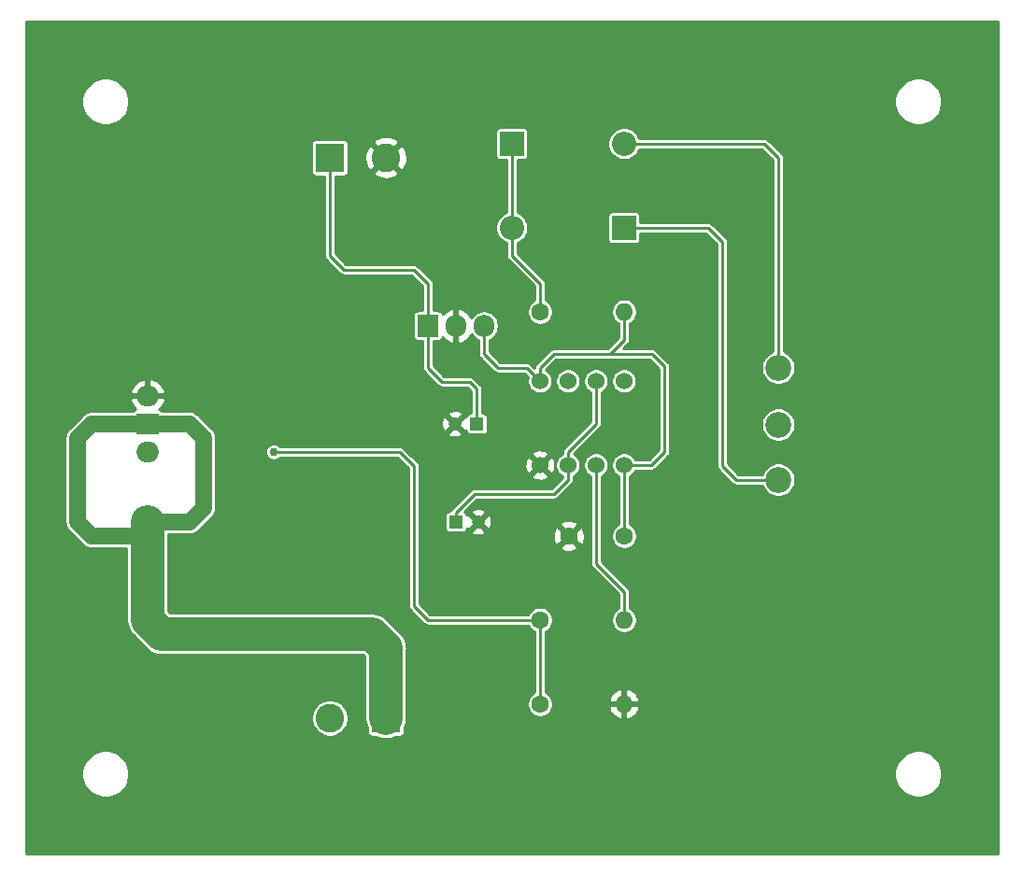
<source format=gtl>
%TF.GenerationSoftware,KiCad,Pcbnew,5.1.9-73d0e3b20d~88~ubuntu20.04.1*%
%TF.CreationDate,2021-03-01T20:45:33+00:00*%
%TF.ProjectId,variable_duty_cycle_module,66697273-745f-4636-9972-637569742e6b,rev?*%
%TF.SameCoordinates,Original*%
%TF.FileFunction,Copper,L1,Top*%
%TF.FilePolarity,Positive*%
%FSLAX46Y46*%
G04 Gerber Fmt 4.6, Leading zero omitted, Abs format (unit mm)*
G04 Created by KiCad (PCBNEW 5.1.9-73d0e3b20d~88~ubuntu20.04.1) date 2021-03-01 20:45:33*
%MOMM*%
%LPD*%
G01*
G04 APERTURE LIST*
%TA.AperFunction,ComponentPad*%
%ADD10C,2.600000*%
%TD*%
%TA.AperFunction,ComponentPad*%
%ADD11R,2.600000X2.600000*%
%TD*%
%TA.AperFunction,ComponentPad*%
%ADD12C,2.340000*%
%TD*%
%TA.AperFunction,ComponentPad*%
%ADD13O,2.000000X1.905000*%
%TD*%
%TA.AperFunction,ComponentPad*%
%ADD14R,2.000000X1.905000*%
%TD*%
%TA.AperFunction,ComponentPad*%
%ADD15C,1.524000*%
%TD*%
%TA.AperFunction,ComponentPad*%
%ADD16R,1.200000X1.200000*%
%TD*%
%TA.AperFunction,ComponentPad*%
%ADD17C,1.200000*%
%TD*%
%TA.AperFunction,ComponentPad*%
%ADD18C,1.600000*%
%TD*%
%TA.AperFunction,ComponentPad*%
%ADD19O,2.200000X2.200000*%
%TD*%
%TA.AperFunction,ComponentPad*%
%ADD20R,2.200000X2.200000*%
%TD*%
%TA.AperFunction,ComponentPad*%
%ADD21O,1.600000X1.600000*%
%TD*%
%TA.AperFunction,ComponentPad*%
%ADD22R,1.905000X2.000000*%
%TD*%
%TA.AperFunction,ComponentPad*%
%ADD23O,1.905000X2.000000*%
%TD*%
%TA.AperFunction,ViaPad*%
%ADD24C,0.762000*%
%TD*%
%TA.AperFunction,Conductor*%
%ADD25C,0.254000*%
%TD*%
%TA.AperFunction,Conductor*%
%ADD26C,3.048000*%
%TD*%
%TA.AperFunction,Conductor*%
%ADD27C,1.524000*%
%TD*%
%TA.AperFunction,Conductor*%
%ADD28C,0.100000*%
%TD*%
G04 APERTURE END LIST*
D10*
%TO.P,J1,2*%
%TO.N,Net-(J1-Pad2)*%
X134620000Y-115570000D03*
D11*
%TO.P,J1,1*%
%TO.N,Net-(J1-Pad1)*%
X139700000Y-115570000D03*
%TD*%
D12*
%TO.P,VR1,3*%
%TO.N,Net-(D2-Pad1)*%
X175260000Y-93980000D03*
%TO.P,VR1,2*%
%TO.N,Net-(C1-Pad1)*%
X175260000Y-88980000D03*
%TO.P,VR1,1*%
%TO.N,Net-(D1-Pad2)*%
X175260000Y-83820000D03*
%TD*%
D13*
%TO.P,Q1,3*%
%TO.N,GND*%
X118110000Y-86360000D03*
%TO.P,Q1,2*%
%TO.N,Net-(Q1-Pad2)*%
X118110000Y-91440000D03*
D14*
%TO.P,Q1,1*%
%TO.N,Net-(J1-Pad1)*%
X118110000Y-88900000D03*
%TD*%
D15*
%TO.P,U1,8*%
%TO.N,/9VDC*%
X153670000Y-85022000D03*
%TO.P,U1,7*%
%TO.N,Net-(D1-Pad1)*%
X156210000Y-85022000D03*
%TO.P,U1,6*%
%TO.N,Net-(C1-Pad1)*%
X158750000Y-85022000D03*
%TO.P,U1,5*%
%TO.N,Net-(U1-Pad5)*%
X161290000Y-85022000D03*
%TO.P,U1,4*%
%TO.N,/9VDC*%
X161290000Y-92642000D03*
%TO.P,U1,3*%
%TO.N,Net-(R3-Pad2)*%
X158750000Y-92642000D03*
%TO.P,U1,2*%
%TO.N,Net-(C1-Pad1)*%
X156210000Y-92642000D03*
%TO.P,U1,1*%
%TO.N,GND*%
X153670000Y-92642000D03*
%TD*%
D10*
%TO.P,J2,2*%
%TO.N,GND*%
X139700000Y-64770000D03*
D11*
%TO.P,J2,1*%
%TO.N,VCC*%
X134620000Y-64770000D03*
%TD*%
D16*
%TO.P,C1,1*%
%TO.N,Net-(C1-Pad1)*%
X146050000Y-97790000D03*
D17*
%TO.P,C1,2*%
%TO.N,GND*%
X148050000Y-97790000D03*
%TD*%
%TO.P,C3,2*%
%TO.N,GND*%
X145955000Y-88900000D03*
D16*
%TO.P,C3,1*%
%TO.N,VCC*%
X147955000Y-88900000D03*
%TD*%
D18*
%TO.P,C4,1*%
%TO.N,/9VDC*%
X161290000Y-99060000D03*
%TO.P,C4,2*%
%TO.N,GND*%
X156290000Y-99060000D03*
%TD*%
D19*
%TO.P,D1,2*%
%TO.N,Net-(D1-Pad2)*%
X161290000Y-63500000D03*
D20*
%TO.P,D1,1*%
%TO.N,Net-(D1-Pad1)*%
X151130000Y-63500000D03*
%TD*%
D19*
%TO.P,D2,2*%
%TO.N,Net-(D1-Pad1)*%
X151130000Y-71120000D03*
D20*
%TO.P,D2,1*%
%TO.N,Net-(D2-Pad1)*%
X161290000Y-71120000D03*
%TD*%
D18*
%TO.P,R1,1*%
%TO.N,Net-(D1-Pad1)*%
X153670000Y-78740000D03*
D21*
%TO.P,R1,2*%
%TO.N,/9VDC*%
X161290000Y-78740000D03*
%TD*%
D18*
%TO.P,R2,1*%
%TO.N,Net-(Q1-Pad2)*%
X153670000Y-114300000D03*
D21*
%TO.P,R2,2*%
%TO.N,GND*%
X161290000Y-114300000D03*
%TD*%
%TO.P,R3,2*%
%TO.N,Net-(R3-Pad2)*%
X161290000Y-106680000D03*
D18*
%TO.P,R3,1*%
%TO.N,Net-(Q1-Pad2)*%
X153670000Y-106680000D03*
%TD*%
D22*
%TO.P,U2,1*%
%TO.N,VCC*%
X143510000Y-80010000D03*
D23*
%TO.P,U2,2*%
%TO.N,GND*%
X146050000Y-80010000D03*
%TO.P,U2,3*%
%TO.N,/9VDC*%
X148590000Y-80010000D03*
%TD*%
D24*
%TO.N,Net-(Q1-Pad2)*%
X129540000Y-91440000D03*
%TD*%
D25*
%TO.N,Net-(C1-Pad1)*%
X146050000Y-96936000D02*
X147736000Y-95250000D01*
X146050000Y-97790000D02*
X146050000Y-96936000D01*
X147736000Y-95250000D02*
X154940000Y-95250000D01*
X156210000Y-93980000D02*
X156210000Y-92642000D01*
X154940000Y-95250000D02*
X156210000Y-93980000D01*
X156210000Y-92642000D02*
X156210000Y-91440000D01*
X156210000Y-91440000D02*
X158750000Y-88900000D01*
X158750000Y-88900000D02*
X158750000Y-85022000D01*
%TO.N,VCC*%
X143510000Y-80010000D02*
X143510000Y-80518000D01*
X143510000Y-80010000D02*
X143510000Y-76200000D01*
X143510000Y-76200000D02*
X142240000Y-74930000D01*
X142240000Y-74930000D02*
X135890000Y-74930000D01*
X135890000Y-74930000D02*
X134620000Y-73660000D01*
X134620000Y-73660000D02*
X134620000Y-64770000D01*
X147955000Y-88900000D02*
X147955000Y-85725000D01*
X147955000Y-85725000D02*
X147320000Y-85090000D01*
X147320000Y-85090000D02*
X144780000Y-85090000D01*
X143510000Y-83820000D02*
X143510000Y-80010000D01*
X144780000Y-85090000D02*
X143510000Y-83820000D01*
%TO.N,/9VDC*%
X161290000Y-92642000D02*
X161290000Y-99060000D01*
X152468000Y-83820000D02*
X153670000Y-85022000D01*
X148590000Y-82550000D02*
X149860000Y-83820000D01*
X149860000Y-83820000D02*
X152468000Y-83820000D01*
X148590000Y-80010000D02*
X148590000Y-82550000D01*
X153670000Y-85022000D02*
X153670000Y-83820000D01*
X153670000Y-83820000D02*
X154940000Y-82550000D01*
X154940000Y-82550000D02*
X160020000Y-82550000D01*
X160020000Y-82550000D02*
X161290000Y-81280000D01*
X161290000Y-81280000D02*
X161290000Y-78740000D01*
X161290000Y-92642000D02*
X163762000Y-92642000D01*
X163762000Y-92642000D02*
X164964000Y-91440000D01*
X164964000Y-91440000D02*
X164964000Y-83956000D01*
X164964000Y-83956000D02*
X164964000Y-83684000D01*
X164964000Y-83684000D02*
X163830000Y-82550000D01*
X163830000Y-82550000D02*
X160020000Y-82550000D01*
%TO.N,Net-(D2-Pad1)*%
X168910000Y-71120000D02*
X161290000Y-71120000D01*
X175260000Y-93980000D02*
X171450000Y-93980000D01*
X171450000Y-93980000D02*
X170180000Y-92710000D01*
X170180000Y-92710000D02*
X170180000Y-72390000D01*
X170180000Y-72390000D02*
X168910000Y-71120000D01*
%TO.N,Net-(D1-Pad1)*%
X151130000Y-63500000D02*
X151130000Y-71120000D01*
X151130000Y-71120000D02*
X151130000Y-73660000D01*
X153670000Y-76200000D02*
X153670000Y-78740000D01*
X151130000Y-73660000D02*
X153670000Y-76200000D01*
%TO.N,Net-(D1-Pad2)*%
X175260000Y-64770000D02*
X175260000Y-83980000D01*
X173990000Y-63500000D02*
X175260000Y-64770000D01*
X161290000Y-63500000D02*
X173990000Y-63500000D01*
%TO.N,Net-(Q1-Pad2)*%
X153670000Y-114300000D02*
X153670000Y-106680000D01*
%TO.N,Net-(R3-Pad2)*%
X158750000Y-101600000D02*
X158750000Y-92642000D01*
X161290000Y-104140000D02*
X158750000Y-101600000D01*
X161290000Y-106680000D02*
X161290000Y-104140000D01*
D26*
%TO.N,Net-(J1-Pad1)*%
X119380000Y-107950000D02*
X118110000Y-106680000D01*
X139700000Y-115570000D02*
X139700000Y-109220000D01*
X138430000Y-107950000D02*
X128270000Y-107950000D01*
X128270000Y-107950000D02*
X119380000Y-107950000D01*
X118110000Y-106680000D02*
X118110000Y-99060000D01*
X139700000Y-109220000D02*
X138430000Y-107950000D01*
D25*
%TO.N,Net-(Q1-Pad2)*%
X140970000Y-91440000D02*
X129540000Y-91440000D01*
X142240000Y-105410000D02*
X142240000Y-92710000D01*
X142240000Y-92710000D02*
X140970000Y-91440000D01*
X143510000Y-106680000D02*
X142240000Y-105410000D01*
X153670000Y-106680000D02*
X143510000Y-106680000D01*
D27*
%TO.N,Net-(J1-Pad1)*%
X111760000Y-97790000D02*
X113030000Y-99060000D01*
X113030000Y-99060000D02*
X118110000Y-99060000D01*
X111760000Y-90170000D02*
X111760000Y-97790000D01*
X113030000Y-88900000D02*
X111760000Y-90170000D01*
X118110000Y-88900000D02*
X113030000Y-88900000D01*
X118110000Y-88900000D02*
X121920000Y-88900000D01*
X123190000Y-90170000D02*
X123190000Y-96520000D01*
X121920000Y-97790000D02*
X118110000Y-97790000D01*
X123190000Y-96520000D02*
X121920000Y-97790000D01*
X121920000Y-88900000D02*
X123190000Y-90170000D01*
D26*
X118110000Y-97790000D02*
X118110000Y-99060000D01*
%TD*%
D25*
%TO.N,GND*%
X195186300Y-127876300D02*
X107073700Y-127876300D01*
X107073700Y-120437665D01*
X112144131Y-120437665D01*
X112144131Y-120862335D01*
X112226980Y-121278844D01*
X112389494Y-121671187D01*
X112625427Y-122024286D01*
X112925714Y-122324573D01*
X113278813Y-122560506D01*
X113671156Y-122723020D01*
X114087665Y-122805869D01*
X114512335Y-122805869D01*
X114928844Y-122723020D01*
X115321187Y-122560506D01*
X115674286Y-122324573D01*
X115974573Y-122024286D01*
X116210506Y-121671187D01*
X116373020Y-121278844D01*
X116455869Y-120862335D01*
X116455869Y-120437665D01*
X185804131Y-120437665D01*
X185804131Y-120862335D01*
X185886980Y-121278844D01*
X186049494Y-121671187D01*
X186285427Y-122024286D01*
X186585714Y-122324573D01*
X186938813Y-122560506D01*
X187331156Y-122723020D01*
X187747665Y-122805869D01*
X188172335Y-122805869D01*
X188588844Y-122723020D01*
X188981187Y-122560506D01*
X189334286Y-122324573D01*
X189634573Y-122024286D01*
X189870506Y-121671187D01*
X190033020Y-121278844D01*
X190115869Y-120862335D01*
X190115869Y-120437665D01*
X190033020Y-120021156D01*
X189870506Y-119628813D01*
X189634573Y-119275714D01*
X189334286Y-118975427D01*
X188981187Y-118739494D01*
X188588844Y-118576980D01*
X188172335Y-118494131D01*
X187747665Y-118494131D01*
X187331156Y-118576980D01*
X186938813Y-118739494D01*
X186585714Y-118975427D01*
X186285427Y-119275714D01*
X186049494Y-119628813D01*
X185886980Y-120021156D01*
X185804131Y-120437665D01*
X116455869Y-120437665D01*
X116373020Y-120021156D01*
X116210506Y-119628813D01*
X115974573Y-119275714D01*
X115674286Y-118975427D01*
X115321187Y-118739494D01*
X114928844Y-118576980D01*
X114512335Y-118494131D01*
X114087665Y-118494131D01*
X113671156Y-118576980D01*
X113278813Y-118739494D01*
X112925714Y-118975427D01*
X112625427Y-119275714D01*
X112389494Y-119628813D01*
X112226980Y-120021156D01*
X112144131Y-120437665D01*
X107073700Y-120437665D01*
X107073700Y-115404436D01*
X132939000Y-115404436D01*
X132939000Y-115735564D01*
X133003600Y-116060330D01*
X133130317Y-116366252D01*
X133314282Y-116641575D01*
X133548425Y-116875718D01*
X133823748Y-117059683D01*
X134129670Y-117186400D01*
X134454436Y-117251000D01*
X134785564Y-117251000D01*
X135110330Y-117186400D01*
X135416252Y-117059683D01*
X135691575Y-116875718D01*
X135925718Y-116641575D01*
X136109683Y-116366252D01*
X136236400Y-116060330D01*
X136301000Y-115735564D01*
X136301000Y-115404436D01*
X136236400Y-115079670D01*
X136109683Y-114773748D01*
X135925718Y-114498425D01*
X135691575Y-114264282D01*
X135416252Y-114080317D01*
X135110330Y-113953600D01*
X134785564Y-113889000D01*
X134454436Y-113889000D01*
X134129670Y-113953600D01*
X133823748Y-114080317D01*
X133548425Y-114264282D01*
X133314282Y-114498425D01*
X133130317Y-114773748D01*
X133003600Y-115079670D01*
X132939000Y-115404436D01*
X107073700Y-115404436D01*
X107073700Y-90170000D01*
X110611471Y-90170000D01*
X110617000Y-90226139D01*
X110617001Y-97733851D01*
X110611471Y-97790000D01*
X110633539Y-98014067D01*
X110675062Y-98150948D01*
X110698898Y-98229523D01*
X110805033Y-98428089D01*
X110835070Y-98464689D01*
X110894011Y-98536508D01*
X110947868Y-98602133D01*
X110991478Y-98637923D01*
X112182077Y-99828523D01*
X112217867Y-99872133D01*
X112391911Y-100014968D01*
X112590477Y-100121103D01*
X112740574Y-100166635D01*
X112805932Y-100186461D01*
X112828600Y-100188694D01*
X112973854Y-100203000D01*
X112973860Y-100203000D01*
X113029999Y-100208529D01*
X113086138Y-100203000D01*
X116205001Y-100203000D01*
X116205000Y-106586420D01*
X116195783Y-106680000D01*
X116205000Y-106773580D01*
X116205000Y-106773581D01*
X116232564Y-107053444D01*
X116341494Y-107412538D01*
X116518387Y-107743482D01*
X116756444Y-108033556D01*
X116829145Y-108093220D01*
X117966784Y-109230860D01*
X118026444Y-109303556D01*
X118218319Y-109461023D01*
X118316517Y-109541613D01*
X118493410Y-109636164D01*
X118647461Y-109718506D01*
X119006555Y-109827436D01*
X119286418Y-109855000D01*
X119286419Y-109855000D01*
X119379999Y-109864217D01*
X119473579Y-109855000D01*
X137640925Y-109855000D01*
X137795001Y-110009076D01*
X137795000Y-115663581D01*
X137822564Y-115943444D01*
X137931494Y-116302538D01*
X138017157Y-116462802D01*
X138017157Y-116870000D01*
X138024513Y-116944689D01*
X138046299Y-117016508D01*
X138081678Y-117082696D01*
X138129289Y-117140711D01*
X138187304Y-117188322D01*
X138253492Y-117223701D01*
X138325311Y-117245487D01*
X138400000Y-117252843D01*
X138807197Y-117252843D01*
X138967461Y-117338506D01*
X139326555Y-117447436D01*
X139700000Y-117484217D01*
X140073444Y-117447436D01*
X140432538Y-117338506D01*
X140592802Y-117252843D01*
X141000000Y-117252843D01*
X141074689Y-117245487D01*
X141146508Y-117223701D01*
X141212696Y-117188322D01*
X141270711Y-117140711D01*
X141318322Y-117082696D01*
X141353701Y-117016508D01*
X141375487Y-116944689D01*
X141382843Y-116870000D01*
X141382843Y-116462803D01*
X141468506Y-116302539D01*
X141577436Y-115943445D01*
X141605000Y-115663582D01*
X141605000Y-109313579D01*
X141614217Y-109219999D01*
X141605000Y-109126418D01*
X141577436Y-108846555D01*
X141468506Y-108487461D01*
X141386164Y-108333410D01*
X141291613Y-108156517D01*
X141190701Y-108033556D01*
X141053556Y-107866444D01*
X140980860Y-107806784D01*
X139843220Y-106669145D01*
X139783556Y-106596444D01*
X139493482Y-106358387D01*
X139162539Y-106181494D01*
X138803445Y-106072564D01*
X138523582Y-106045000D01*
X138523580Y-106045000D01*
X138430000Y-106035783D01*
X138336420Y-106045000D01*
X120169076Y-106045000D01*
X120015000Y-105890925D01*
X120015000Y-98933000D01*
X121863861Y-98933000D01*
X121920000Y-98938529D01*
X121976139Y-98933000D01*
X121976146Y-98933000D01*
X122144067Y-98916461D01*
X122359523Y-98851103D01*
X122558089Y-98744968D01*
X122732133Y-98602133D01*
X122767927Y-98558518D01*
X123958523Y-97367923D01*
X124002133Y-97332133D01*
X124144968Y-97158089D01*
X124251103Y-96959523D01*
X124316461Y-96744067D01*
X124333000Y-96576146D01*
X124333000Y-96576140D01*
X124338529Y-96520001D01*
X124333000Y-96463862D01*
X124333000Y-91364950D01*
X128778000Y-91364950D01*
X128778000Y-91515050D01*
X128807283Y-91662267D01*
X128864724Y-91800942D01*
X128948116Y-91925747D01*
X129054253Y-92031884D01*
X129179058Y-92115276D01*
X129317733Y-92172717D01*
X129464950Y-92202000D01*
X129615050Y-92202000D01*
X129762267Y-92172717D01*
X129900942Y-92115276D01*
X130025747Y-92031884D01*
X130109631Y-91948000D01*
X140759580Y-91948000D01*
X141732001Y-92920422D01*
X141732000Y-105385056D01*
X141729543Y-105410000D01*
X141732000Y-105434944D01*
X141732000Y-105434946D01*
X141739351Y-105509584D01*
X141768399Y-105605342D01*
X141815571Y-105693595D01*
X141879052Y-105770948D01*
X141898435Y-105786855D01*
X143133150Y-107021571D01*
X143149052Y-107040948D01*
X143168429Y-107056850D01*
X143226404Y-107104429D01*
X143314655Y-107151600D01*
X143314657Y-107151601D01*
X143410415Y-107180649D01*
X143485053Y-107188000D01*
X143485055Y-107188000D01*
X143509999Y-107190457D01*
X143534943Y-107188000D01*
X152602116Y-107188000D01*
X152623412Y-107239413D01*
X152752658Y-107432843D01*
X152917157Y-107597342D01*
X153110587Y-107726588D01*
X153162001Y-107747884D01*
X153162000Y-113232116D01*
X153110587Y-113253412D01*
X152917157Y-113382658D01*
X152752658Y-113547157D01*
X152623412Y-113740587D01*
X152534386Y-113955515D01*
X152489000Y-114183682D01*
X152489000Y-114416318D01*
X152534386Y-114644485D01*
X152623412Y-114859413D01*
X152752658Y-115052843D01*
X152917157Y-115217342D01*
X153110587Y-115346588D01*
X153325515Y-115435614D01*
X153553682Y-115481000D01*
X153786318Y-115481000D01*
X154014485Y-115435614D01*
X154229413Y-115346588D01*
X154422843Y-115217342D01*
X154587342Y-115052843D01*
X154716588Y-114859413D01*
X154803727Y-114649039D01*
X159898096Y-114649039D01*
X159938754Y-114783087D01*
X160058963Y-115037420D01*
X160226481Y-115263414D01*
X160434869Y-115452385D01*
X160676119Y-115597070D01*
X160940960Y-115691909D01*
X161163000Y-115570624D01*
X161163000Y-114427000D01*
X161417000Y-114427000D01*
X161417000Y-115570624D01*
X161639040Y-115691909D01*
X161903881Y-115597070D01*
X162145131Y-115452385D01*
X162353519Y-115263414D01*
X162521037Y-115037420D01*
X162641246Y-114783087D01*
X162681904Y-114649039D01*
X162559915Y-114427000D01*
X161417000Y-114427000D01*
X161163000Y-114427000D01*
X160020085Y-114427000D01*
X159898096Y-114649039D01*
X154803727Y-114649039D01*
X154805614Y-114644485D01*
X154851000Y-114416318D01*
X154851000Y-114183682D01*
X154805614Y-113955515D01*
X154803728Y-113950961D01*
X159898096Y-113950961D01*
X160020085Y-114173000D01*
X161163000Y-114173000D01*
X161163000Y-113029376D01*
X161417000Y-113029376D01*
X161417000Y-114173000D01*
X162559915Y-114173000D01*
X162681904Y-113950961D01*
X162641246Y-113816913D01*
X162521037Y-113562580D01*
X162353519Y-113336586D01*
X162145131Y-113147615D01*
X161903881Y-113002930D01*
X161639040Y-112908091D01*
X161417000Y-113029376D01*
X161163000Y-113029376D01*
X160940960Y-112908091D01*
X160676119Y-113002930D01*
X160434869Y-113147615D01*
X160226481Y-113336586D01*
X160058963Y-113562580D01*
X159938754Y-113816913D01*
X159898096Y-113950961D01*
X154803728Y-113950961D01*
X154716588Y-113740587D01*
X154587342Y-113547157D01*
X154422843Y-113382658D01*
X154229413Y-113253412D01*
X154178000Y-113232116D01*
X154178000Y-107747884D01*
X154229413Y-107726588D01*
X154422843Y-107597342D01*
X154587342Y-107432843D01*
X154716588Y-107239413D01*
X154805614Y-107024485D01*
X154851000Y-106796318D01*
X154851000Y-106563682D01*
X154805614Y-106335515D01*
X154716588Y-106120587D01*
X154587342Y-105927157D01*
X154422843Y-105762658D01*
X154229413Y-105633412D01*
X154014485Y-105544386D01*
X153786318Y-105499000D01*
X153553682Y-105499000D01*
X153325515Y-105544386D01*
X153110587Y-105633412D01*
X152917157Y-105762658D01*
X152752658Y-105927157D01*
X152623412Y-106120587D01*
X152602116Y-106172000D01*
X143720421Y-106172000D01*
X142748000Y-105199580D01*
X142748000Y-100052702D01*
X155476903Y-100052702D01*
X155548486Y-100296671D01*
X155803996Y-100417571D01*
X156078184Y-100486300D01*
X156360512Y-100500217D01*
X156640130Y-100458787D01*
X156906292Y-100363603D01*
X157031514Y-100296671D01*
X157103097Y-100052702D01*
X156290000Y-99239605D01*
X155476903Y-100052702D01*
X142748000Y-100052702D01*
X142748000Y-99130512D01*
X154849783Y-99130512D01*
X154891213Y-99410130D01*
X154986397Y-99676292D01*
X155053329Y-99801514D01*
X155297298Y-99873097D01*
X156110395Y-99060000D01*
X156469605Y-99060000D01*
X157282702Y-99873097D01*
X157526671Y-99801514D01*
X157647571Y-99546004D01*
X157716300Y-99271816D01*
X157730217Y-98989488D01*
X157688787Y-98709870D01*
X157593603Y-98443708D01*
X157526671Y-98318486D01*
X157282702Y-98246903D01*
X156469605Y-99060000D01*
X156110395Y-99060000D01*
X155297298Y-98246903D01*
X155053329Y-98318486D01*
X154932429Y-98573996D01*
X154863700Y-98848184D01*
X154849783Y-99130512D01*
X142748000Y-99130512D01*
X142748000Y-97190000D01*
X145067157Y-97190000D01*
X145067157Y-98390000D01*
X145074513Y-98464689D01*
X145096299Y-98536508D01*
X145131678Y-98602696D01*
X145179289Y-98660711D01*
X145237304Y-98708322D01*
X145303492Y-98743701D01*
X145375311Y-98765487D01*
X145450000Y-98772843D01*
X146650000Y-98772843D01*
X146724689Y-98765487D01*
X146796508Y-98743701D01*
X146862696Y-98708322D01*
X146920711Y-98660711D01*
X146937901Y-98639764D01*
X147379841Y-98639764D01*
X147427148Y-98863348D01*
X147648516Y-98964237D01*
X147885313Y-99020000D01*
X148128438Y-99028495D01*
X148368549Y-98989395D01*
X148596418Y-98904202D01*
X148672852Y-98863348D01*
X148720159Y-98639764D01*
X148050000Y-97969605D01*
X147379841Y-98639764D01*
X146937901Y-98639764D01*
X146968322Y-98602696D01*
X147003701Y-98536508D01*
X147025487Y-98464689D01*
X147029491Y-98424032D01*
X147200236Y-98460159D01*
X147870395Y-97790000D01*
X148229605Y-97790000D01*
X148899764Y-98460159D01*
X149123348Y-98412852D01*
X149224237Y-98191484D01*
X149253481Y-98067298D01*
X155476903Y-98067298D01*
X156290000Y-98880395D01*
X157103097Y-98067298D01*
X157031514Y-97823329D01*
X156776004Y-97702429D01*
X156501816Y-97633700D01*
X156219488Y-97619783D01*
X155939870Y-97661213D01*
X155673708Y-97756397D01*
X155548486Y-97823329D01*
X155476903Y-98067298D01*
X149253481Y-98067298D01*
X149280000Y-97954687D01*
X149288495Y-97711562D01*
X149249395Y-97471451D01*
X149164202Y-97243582D01*
X149123348Y-97167148D01*
X148899764Y-97119841D01*
X148229605Y-97790000D01*
X147870395Y-97790000D01*
X147200236Y-97119841D01*
X147029491Y-97155968D01*
X147025487Y-97115311D01*
X147003701Y-97043492D01*
X146968322Y-96977304D01*
X146937902Y-96940236D01*
X147379841Y-96940236D01*
X148050000Y-97610395D01*
X148720159Y-96940236D01*
X148672852Y-96716652D01*
X148451484Y-96615763D01*
X148214687Y-96560000D01*
X147971562Y-96551505D01*
X147731451Y-96590605D01*
X147503582Y-96675798D01*
X147427148Y-96716652D01*
X147379841Y-96940236D01*
X146937902Y-96940236D01*
X146920711Y-96919289D01*
X146862696Y-96871678D01*
X146843176Y-96861244D01*
X147946421Y-95758000D01*
X154915056Y-95758000D01*
X154940000Y-95760457D01*
X154964944Y-95758000D01*
X154964947Y-95758000D01*
X155039585Y-95750649D01*
X155135343Y-95721601D01*
X155223595Y-95674429D01*
X155300948Y-95610948D01*
X155316855Y-95591565D01*
X156551571Y-94356850D01*
X156570948Y-94340948D01*
X156589624Y-94318190D01*
X156634429Y-94263596D01*
X156681600Y-94175345D01*
X156694518Y-94132760D01*
X156710649Y-94079585D01*
X156718000Y-94004947D01*
X156718000Y-94004945D01*
X156720457Y-93980001D01*
X156718000Y-93955057D01*
X156718000Y-93668753D01*
X156751413Y-93654913D01*
X156938620Y-93529826D01*
X157097826Y-93370620D01*
X157222913Y-93183413D01*
X157309075Y-92975401D01*
X157353000Y-92754576D01*
X157353000Y-92529424D01*
X157607000Y-92529424D01*
X157607000Y-92754576D01*
X157650925Y-92975401D01*
X157737087Y-93183413D01*
X157862174Y-93370620D01*
X158021380Y-93529826D01*
X158208587Y-93654913D01*
X158242001Y-93668754D01*
X158242000Y-101575056D01*
X158239543Y-101600000D01*
X158242000Y-101624944D01*
X158242000Y-101624946D01*
X158249351Y-101699584D01*
X158278399Y-101795342D01*
X158325571Y-101883595D01*
X158389052Y-101960948D01*
X158408435Y-101976855D01*
X160782001Y-104350422D01*
X160782000Y-105612116D01*
X160730587Y-105633412D01*
X160537157Y-105762658D01*
X160372658Y-105927157D01*
X160243412Y-106120587D01*
X160154386Y-106335515D01*
X160109000Y-106563682D01*
X160109000Y-106796318D01*
X160154386Y-107024485D01*
X160243412Y-107239413D01*
X160372658Y-107432843D01*
X160537157Y-107597342D01*
X160730587Y-107726588D01*
X160945515Y-107815614D01*
X161173682Y-107861000D01*
X161406318Y-107861000D01*
X161634485Y-107815614D01*
X161849413Y-107726588D01*
X162042843Y-107597342D01*
X162207342Y-107432843D01*
X162336588Y-107239413D01*
X162425614Y-107024485D01*
X162471000Y-106796318D01*
X162471000Y-106563682D01*
X162425614Y-106335515D01*
X162336588Y-106120587D01*
X162207342Y-105927157D01*
X162042843Y-105762658D01*
X161849413Y-105633412D01*
X161798000Y-105612116D01*
X161798000Y-104164943D01*
X161800457Y-104139999D01*
X161798000Y-104115053D01*
X161790649Y-104040415D01*
X161761601Y-103944657D01*
X161761600Y-103944655D01*
X161714429Y-103856404D01*
X161666850Y-103798429D01*
X161650948Y-103779052D01*
X161631571Y-103763150D01*
X159258000Y-101389580D01*
X159258000Y-93668753D01*
X159291413Y-93654913D01*
X159478620Y-93529826D01*
X159637826Y-93370620D01*
X159762913Y-93183413D01*
X159849075Y-92975401D01*
X159893000Y-92754576D01*
X159893000Y-92529424D01*
X159849075Y-92308599D01*
X159762913Y-92100587D01*
X159637826Y-91913380D01*
X159478620Y-91754174D01*
X159291413Y-91629087D01*
X159083401Y-91542925D01*
X158862576Y-91499000D01*
X158637424Y-91499000D01*
X158416599Y-91542925D01*
X158208587Y-91629087D01*
X158021380Y-91754174D01*
X157862174Y-91913380D01*
X157737087Y-92100587D01*
X157650925Y-92308599D01*
X157607000Y-92529424D01*
X157353000Y-92529424D01*
X157309075Y-92308599D01*
X157222913Y-92100587D01*
X157097826Y-91913380D01*
X156938620Y-91754174D01*
X156751413Y-91629087D01*
X156742871Y-91625549D01*
X159091571Y-89276850D01*
X159110948Y-89260948D01*
X159129624Y-89238190D01*
X159174429Y-89183596D01*
X159221600Y-89095345D01*
X159230900Y-89064687D01*
X159250649Y-88999585D01*
X159258000Y-88924947D01*
X159258000Y-88924945D01*
X159260457Y-88900001D01*
X159258000Y-88875057D01*
X159258000Y-86048753D01*
X159291413Y-86034913D01*
X159478620Y-85909826D01*
X159637826Y-85750620D01*
X159762913Y-85563413D01*
X159849075Y-85355401D01*
X159893000Y-85134576D01*
X159893000Y-84909424D01*
X160147000Y-84909424D01*
X160147000Y-85134576D01*
X160190925Y-85355401D01*
X160277087Y-85563413D01*
X160402174Y-85750620D01*
X160561380Y-85909826D01*
X160748587Y-86034913D01*
X160956599Y-86121075D01*
X161177424Y-86165000D01*
X161402576Y-86165000D01*
X161623401Y-86121075D01*
X161831413Y-86034913D01*
X162018620Y-85909826D01*
X162177826Y-85750620D01*
X162302913Y-85563413D01*
X162389075Y-85355401D01*
X162433000Y-85134576D01*
X162433000Y-84909424D01*
X162389075Y-84688599D01*
X162302913Y-84480587D01*
X162177826Y-84293380D01*
X162018620Y-84134174D01*
X161831413Y-84009087D01*
X161623401Y-83922925D01*
X161402576Y-83879000D01*
X161177424Y-83879000D01*
X160956599Y-83922925D01*
X160748587Y-84009087D01*
X160561380Y-84134174D01*
X160402174Y-84293380D01*
X160277087Y-84480587D01*
X160190925Y-84688599D01*
X160147000Y-84909424D01*
X159893000Y-84909424D01*
X159849075Y-84688599D01*
X159762913Y-84480587D01*
X159637826Y-84293380D01*
X159478620Y-84134174D01*
X159291413Y-84009087D01*
X159083401Y-83922925D01*
X158862576Y-83879000D01*
X158637424Y-83879000D01*
X158416599Y-83922925D01*
X158208587Y-84009087D01*
X158021380Y-84134174D01*
X157862174Y-84293380D01*
X157737087Y-84480587D01*
X157650925Y-84688599D01*
X157607000Y-84909424D01*
X157607000Y-85134576D01*
X157650925Y-85355401D01*
X157737087Y-85563413D01*
X157862174Y-85750620D01*
X158021380Y-85909826D01*
X158208587Y-86034913D01*
X158242001Y-86048754D01*
X158242000Y-88689579D01*
X155868430Y-91063150D01*
X155849053Y-91079052D01*
X155833151Y-91098429D01*
X155833150Y-91098430D01*
X155785571Y-91156405D01*
X155752791Y-91217733D01*
X155738400Y-91244657D01*
X155722686Y-91296461D01*
X155709352Y-91340416D01*
X155699543Y-91440000D01*
X155702001Y-91464954D01*
X155702001Y-91615246D01*
X155668587Y-91629087D01*
X155481380Y-91754174D01*
X155322174Y-91913380D01*
X155197087Y-92100587D01*
X155110925Y-92308599D01*
X155067000Y-92529424D01*
X155067000Y-92537386D01*
X155030922Y-92297867D01*
X154937636Y-92038977D01*
X154875656Y-91923020D01*
X154635565Y-91856040D01*
X153849605Y-92642000D01*
X154635565Y-93427960D01*
X154875656Y-93360980D01*
X154992756Y-93111952D01*
X155059023Y-92844865D01*
X155067000Y-92674714D01*
X155067000Y-92754576D01*
X155110925Y-92975401D01*
X155197087Y-93183413D01*
X155322174Y-93370620D01*
X155481380Y-93529826D01*
X155668587Y-93654913D01*
X155702000Y-93668753D01*
X155702000Y-93769579D01*
X154729580Y-94742000D01*
X147760943Y-94742000D01*
X147735999Y-94739543D01*
X147711055Y-94742000D01*
X147711053Y-94742000D01*
X147636415Y-94749351D01*
X147540657Y-94778399D01*
X147499576Y-94800357D01*
X147452404Y-94825571D01*
X147397810Y-94870376D01*
X147375052Y-94889052D01*
X147359150Y-94908429D01*
X145708430Y-96559150D01*
X145689053Y-96575052D01*
X145673151Y-96594429D01*
X145673150Y-96594430D01*
X145625571Y-96652405D01*
X145584686Y-96728897D01*
X145578400Y-96740657D01*
X145558227Y-96807157D01*
X145450000Y-96807157D01*
X145375311Y-96814513D01*
X145303492Y-96836299D01*
X145237304Y-96871678D01*
X145179289Y-96919289D01*
X145131678Y-96977304D01*
X145096299Y-97043492D01*
X145074513Y-97115311D01*
X145067157Y-97190000D01*
X142748000Y-97190000D01*
X142748000Y-93607565D01*
X152884040Y-93607565D01*
X152951020Y-93847656D01*
X153200048Y-93964756D01*
X153467135Y-94031023D01*
X153742017Y-94043910D01*
X154014133Y-94002922D01*
X154273023Y-93909636D01*
X154388980Y-93847656D01*
X154455960Y-93607565D01*
X153670000Y-92821605D01*
X152884040Y-93607565D01*
X142748000Y-93607565D01*
X142748000Y-92734943D01*
X142750061Y-92714017D01*
X152268090Y-92714017D01*
X152309078Y-92986133D01*
X152402364Y-93245023D01*
X152464344Y-93360980D01*
X152704435Y-93427960D01*
X153490395Y-92642000D01*
X152704435Y-91856040D01*
X152464344Y-91923020D01*
X152347244Y-92172048D01*
X152280977Y-92439135D01*
X152268090Y-92714017D01*
X142750061Y-92714017D01*
X142750457Y-92709999D01*
X142747301Y-92677954D01*
X142740649Y-92610415D01*
X142711601Y-92514657D01*
X142697675Y-92488604D01*
X142664429Y-92426404D01*
X142616850Y-92368429D01*
X142600948Y-92349052D01*
X142581571Y-92333150D01*
X141924856Y-91676435D01*
X152884040Y-91676435D01*
X153670000Y-92462395D01*
X154455960Y-91676435D01*
X154388980Y-91436344D01*
X154139952Y-91319244D01*
X153872865Y-91252977D01*
X153597983Y-91240090D01*
X153325867Y-91281078D01*
X153066977Y-91374364D01*
X152951020Y-91436344D01*
X152884040Y-91676435D01*
X141924856Y-91676435D01*
X141346855Y-91098435D01*
X141330948Y-91079052D01*
X141253595Y-91015571D01*
X141165343Y-90968399D01*
X141069585Y-90939351D01*
X140994947Y-90932000D01*
X140994944Y-90932000D01*
X140970000Y-90929543D01*
X140945056Y-90932000D01*
X130109631Y-90932000D01*
X130025747Y-90848116D01*
X129900942Y-90764724D01*
X129762267Y-90707283D01*
X129615050Y-90678000D01*
X129464950Y-90678000D01*
X129317733Y-90707283D01*
X129179058Y-90764724D01*
X129054253Y-90848116D01*
X128948116Y-90954253D01*
X128864724Y-91079058D01*
X128807283Y-91217733D01*
X128778000Y-91364950D01*
X124333000Y-91364950D01*
X124333000Y-90226138D01*
X124338529Y-90169999D01*
X124333000Y-90113860D01*
X124333000Y-90113854D01*
X124316461Y-89945933D01*
X124256954Y-89749764D01*
X145284841Y-89749764D01*
X145332148Y-89973348D01*
X145553516Y-90074237D01*
X145790313Y-90130000D01*
X146033438Y-90138495D01*
X146273549Y-90099395D01*
X146501418Y-90014202D01*
X146577852Y-89973348D01*
X146625159Y-89749764D01*
X145955000Y-89079605D01*
X145284841Y-89749764D01*
X124256954Y-89749764D01*
X124251103Y-89730477D01*
X124144968Y-89531911D01*
X124002133Y-89357867D01*
X123958524Y-89322078D01*
X123614884Y-88978438D01*
X144716505Y-88978438D01*
X144755605Y-89218549D01*
X144840798Y-89446418D01*
X144881652Y-89522852D01*
X145105236Y-89570159D01*
X145775395Y-88900000D01*
X145105236Y-88229841D01*
X144881652Y-88277148D01*
X144780763Y-88498516D01*
X144725000Y-88735313D01*
X144716505Y-88978438D01*
X123614884Y-88978438D01*
X122767927Y-88131482D01*
X122732133Y-88087867D01*
X122686280Y-88050236D01*
X145284841Y-88050236D01*
X145955000Y-88720395D01*
X146625159Y-88050236D01*
X146577852Y-87826652D01*
X146356484Y-87725763D01*
X146119687Y-87670000D01*
X145876562Y-87661505D01*
X145636451Y-87700605D01*
X145408582Y-87785798D01*
X145332148Y-87826652D01*
X145284841Y-88050236D01*
X122686280Y-88050236D01*
X122558089Y-87945032D01*
X122359523Y-87838897D01*
X122144067Y-87773539D01*
X121976146Y-87757000D01*
X121976139Y-87757000D01*
X121920000Y-87751471D01*
X121863861Y-87757000D01*
X119440186Y-87757000D01*
X119428322Y-87734804D01*
X119380711Y-87676789D01*
X119322696Y-87629178D01*
X119256508Y-87593799D01*
X119184689Y-87572013D01*
X119170702Y-87570635D01*
X119291315Y-87469437D01*
X119485969Y-87226923D01*
X119629571Y-86951094D01*
X119700563Y-86732980D01*
X119580594Y-86487000D01*
X118237000Y-86487000D01*
X118237000Y-86507000D01*
X117983000Y-86507000D01*
X117983000Y-86487000D01*
X116639406Y-86487000D01*
X116519437Y-86732980D01*
X116590429Y-86951094D01*
X116734031Y-87226923D01*
X116928685Y-87469437D01*
X117049298Y-87570635D01*
X117035311Y-87572013D01*
X116963492Y-87593799D01*
X116897304Y-87629178D01*
X116839289Y-87676789D01*
X116791678Y-87734804D01*
X116779814Y-87757000D01*
X113086138Y-87757000D01*
X113029999Y-87751471D01*
X112973860Y-87757000D01*
X112973854Y-87757000D01*
X112828600Y-87771306D01*
X112805932Y-87773539D01*
X112740574Y-87793365D01*
X112590477Y-87838897D01*
X112391911Y-87945032D01*
X112217867Y-88087867D01*
X112182077Y-88131477D01*
X110991482Y-89322073D01*
X110947867Y-89357867D01*
X110805032Y-89531912D01*
X110698897Y-89730478D01*
X110672250Y-89818322D01*
X110633540Y-89945932D01*
X110633539Y-89945934D01*
X110617000Y-90113855D01*
X110617000Y-90113861D01*
X110611471Y-90170000D01*
X107073700Y-90170000D01*
X107073700Y-85987020D01*
X116519437Y-85987020D01*
X116639406Y-86233000D01*
X117983000Y-86233000D01*
X117983000Y-84934430D01*
X118237000Y-84934430D01*
X118237000Y-86233000D01*
X119580594Y-86233000D01*
X119700563Y-85987020D01*
X119629571Y-85768906D01*
X119485969Y-85493077D01*
X119291315Y-85250563D01*
X119053089Y-85050684D01*
X118780446Y-84901121D01*
X118483863Y-84807622D01*
X118237000Y-84934430D01*
X117983000Y-84934430D01*
X117736137Y-84807622D01*
X117439554Y-84901121D01*
X117166911Y-85050684D01*
X116928685Y-85250563D01*
X116734031Y-85493077D01*
X116590429Y-85768906D01*
X116519437Y-85987020D01*
X107073700Y-85987020D01*
X107073700Y-63470000D01*
X132937157Y-63470000D01*
X132937157Y-66070000D01*
X132944513Y-66144689D01*
X132966299Y-66216508D01*
X133001678Y-66282696D01*
X133049289Y-66340711D01*
X133107304Y-66388322D01*
X133173492Y-66423701D01*
X133245311Y-66445487D01*
X133320000Y-66452843D01*
X134112001Y-66452843D01*
X134112000Y-73635056D01*
X134109543Y-73660000D01*
X134112000Y-73684944D01*
X134112000Y-73684946D01*
X134119351Y-73759584D01*
X134148399Y-73855342D01*
X134195571Y-73943595D01*
X134259052Y-74020948D01*
X134278435Y-74036855D01*
X135513149Y-75271570D01*
X135529052Y-75290948D01*
X135548429Y-75306850D01*
X135606404Y-75354429D01*
X135694655Y-75401600D01*
X135694657Y-75401601D01*
X135790415Y-75430649D01*
X135865053Y-75438000D01*
X135865055Y-75438000D01*
X135889999Y-75440457D01*
X135914943Y-75438000D01*
X142029580Y-75438000D01*
X143002001Y-76410422D01*
X143002000Y-78627157D01*
X142557500Y-78627157D01*
X142482811Y-78634513D01*
X142410992Y-78656299D01*
X142344804Y-78691678D01*
X142286789Y-78739289D01*
X142239178Y-78797304D01*
X142203799Y-78863492D01*
X142182013Y-78935311D01*
X142174657Y-79010000D01*
X142174657Y-81010000D01*
X142182013Y-81084689D01*
X142203799Y-81156508D01*
X142239178Y-81222696D01*
X142286789Y-81280711D01*
X142344804Y-81328322D01*
X142410992Y-81363701D01*
X142482811Y-81385487D01*
X142557500Y-81392843D01*
X143002001Y-81392843D01*
X143002000Y-83795053D01*
X142999543Y-83820000D01*
X143002000Y-83844944D01*
X143002000Y-83844946D01*
X143009351Y-83919584D01*
X143038399Y-84015342D01*
X143085571Y-84103595D01*
X143149052Y-84180948D01*
X143168435Y-84196855D01*
X144403149Y-85431570D01*
X144419052Y-85450948D01*
X144438429Y-85466850D01*
X144496404Y-85514429D01*
X144584655Y-85561600D01*
X144584657Y-85561601D01*
X144680415Y-85590649D01*
X144755053Y-85598000D01*
X144755055Y-85598000D01*
X144779999Y-85600457D01*
X144804943Y-85598000D01*
X147109580Y-85598000D01*
X147447001Y-85935421D01*
X147447000Y-87917157D01*
X147355000Y-87917157D01*
X147280311Y-87924513D01*
X147208492Y-87946299D01*
X147142304Y-87981678D01*
X147084289Y-88029289D01*
X147036678Y-88087304D01*
X147001299Y-88153492D01*
X146979513Y-88225311D01*
X146975509Y-88265968D01*
X146804764Y-88229841D01*
X146134605Y-88900000D01*
X146804764Y-89570159D01*
X146975509Y-89534032D01*
X146979513Y-89574689D01*
X147001299Y-89646508D01*
X147036678Y-89712696D01*
X147084289Y-89770711D01*
X147142304Y-89818322D01*
X147208492Y-89853701D01*
X147280311Y-89875487D01*
X147355000Y-89882843D01*
X148555000Y-89882843D01*
X148629689Y-89875487D01*
X148701508Y-89853701D01*
X148767696Y-89818322D01*
X148825711Y-89770711D01*
X148873322Y-89712696D01*
X148908701Y-89646508D01*
X148930487Y-89574689D01*
X148937843Y-89500000D01*
X148937843Y-88300000D01*
X148930487Y-88225311D01*
X148908701Y-88153492D01*
X148873322Y-88087304D01*
X148825711Y-88029289D01*
X148767696Y-87981678D01*
X148701508Y-87946299D01*
X148629689Y-87924513D01*
X148555000Y-87917157D01*
X148463000Y-87917157D01*
X148463000Y-85749944D01*
X148465457Y-85725000D01*
X148463000Y-85700053D01*
X148455649Y-85625415D01*
X148426601Y-85529657D01*
X148379429Y-85441405D01*
X148315948Y-85364052D01*
X148296565Y-85348145D01*
X147696855Y-84748435D01*
X147680948Y-84729052D01*
X147603595Y-84665571D01*
X147515343Y-84618399D01*
X147419585Y-84589351D01*
X147344947Y-84582000D01*
X147344944Y-84582000D01*
X147320000Y-84579543D01*
X147295056Y-84582000D01*
X144990421Y-84582000D01*
X144018000Y-83609580D01*
X144018000Y-81392843D01*
X144462500Y-81392843D01*
X144537189Y-81385487D01*
X144609008Y-81363701D01*
X144675196Y-81328322D01*
X144733211Y-81280711D01*
X144780822Y-81222696D01*
X144816201Y-81156508D01*
X144837987Y-81084689D01*
X144839365Y-81070702D01*
X144940563Y-81191315D01*
X145183077Y-81385969D01*
X145458906Y-81529571D01*
X145677020Y-81600563D01*
X145923000Y-81480594D01*
X145923000Y-80137000D01*
X145903000Y-80137000D01*
X145903000Y-79883000D01*
X145923000Y-79883000D01*
X145923000Y-78539406D01*
X146177000Y-78539406D01*
X146177000Y-79883000D01*
X146197000Y-79883000D01*
X146197000Y-80137000D01*
X146177000Y-80137000D01*
X146177000Y-81480594D01*
X146422980Y-81600563D01*
X146641094Y-81529571D01*
X146916923Y-81385969D01*
X147159437Y-81191315D01*
X147359316Y-80953089D01*
X147459270Y-80770879D01*
X147475871Y-80801937D01*
X147642512Y-81004989D01*
X147845564Y-81171629D01*
X148077224Y-81295454D01*
X148082001Y-81296903D01*
X148082001Y-82525046D01*
X148079543Y-82550000D01*
X148089352Y-82649584D01*
X148118400Y-82745343D01*
X148165571Y-82833595D01*
X148213150Y-82891570D01*
X148229053Y-82910948D01*
X148248430Y-82926850D01*
X149483149Y-84161570D01*
X149499052Y-84180948D01*
X149518429Y-84196850D01*
X149576404Y-84244429D01*
X149628753Y-84272410D01*
X149664657Y-84291601D01*
X149760415Y-84320649D01*
X149835053Y-84328000D01*
X149835055Y-84328000D01*
X149859999Y-84330457D01*
X149884943Y-84328000D01*
X152257580Y-84328000D01*
X152584765Y-84655185D01*
X152570925Y-84688599D01*
X152527000Y-84909424D01*
X152527000Y-85134576D01*
X152570925Y-85355401D01*
X152657087Y-85563413D01*
X152782174Y-85750620D01*
X152941380Y-85909826D01*
X153128587Y-86034913D01*
X153336599Y-86121075D01*
X153557424Y-86165000D01*
X153782576Y-86165000D01*
X154003401Y-86121075D01*
X154211413Y-86034913D01*
X154398620Y-85909826D01*
X154557826Y-85750620D01*
X154682913Y-85563413D01*
X154769075Y-85355401D01*
X154813000Y-85134576D01*
X154813000Y-84909424D01*
X155067000Y-84909424D01*
X155067000Y-85134576D01*
X155110925Y-85355401D01*
X155197087Y-85563413D01*
X155322174Y-85750620D01*
X155481380Y-85909826D01*
X155668587Y-86034913D01*
X155876599Y-86121075D01*
X156097424Y-86165000D01*
X156322576Y-86165000D01*
X156543401Y-86121075D01*
X156751413Y-86034913D01*
X156938620Y-85909826D01*
X157097826Y-85750620D01*
X157222913Y-85563413D01*
X157309075Y-85355401D01*
X157353000Y-85134576D01*
X157353000Y-84909424D01*
X157309075Y-84688599D01*
X157222913Y-84480587D01*
X157097826Y-84293380D01*
X156938620Y-84134174D01*
X156751413Y-84009087D01*
X156543401Y-83922925D01*
X156322576Y-83879000D01*
X156097424Y-83879000D01*
X155876599Y-83922925D01*
X155668587Y-84009087D01*
X155481380Y-84134174D01*
X155322174Y-84293380D01*
X155197087Y-84480587D01*
X155110925Y-84688599D01*
X155067000Y-84909424D01*
X154813000Y-84909424D01*
X154769075Y-84688599D01*
X154682913Y-84480587D01*
X154557826Y-84293380D01*
X154398620Y-84134174D01*
X154211413Y-84009087D01*
X154202871Y-84005549D01*
X155150421Y-83058000D01*
X159995056Y-83058000D01*
X160020000Y-83060457D01*
X160044944Y-83058000D01*
X163619580Y-83058000D01*
X164456000Y-83894421D01*
X164456000Y-83980946D01*
X164456001Y-83980956D01*
X164456000Y-91229580D01*
X163551580Y-92134000D01*
X162316753Y-92134000D01*
X162302913Y-92100587D01*
X162177826Y-91913380D01*
X162018620Y-91754174D01*
X161831413Y-91629087D01*
X161623401Y-91542925D01*
X161402576Y-91499000D01*
X161177424Y-91499000D01*
X160956599Y-91542925D01*
X160748587Y-91629087D01*
X160561380Y-91754174D01*
X160402174Y-91913380D01*
X160277087Y-92100587D01*
X160190925Y-92308599D01*
X160147000Y-92529424D01*
X160147000Y-92754576D01*
X160190925Y-92975401D01*
X160277087Y-93183413D01*
X160402174Y-93370620D01*
X160561380Y-93529826D01*
X160748587Y-93654913D01*
X160782000Y-93668753D01*
X160782001Y-97992116D01*
X160730587Y-98013412D01*
X160537157Y-98142658D01*
X160372658Y-98307157D01*
X160243412Y-98500587D01*
X160154386Y-98715515D01*
X160109000Y-98943682D01*
X160109000Y-99176318D01*
X160154386Y-99404485D01*
X160243412Y-99619413D01*
X160372658Y-99812843D01*
X160537157Y-99977342D01*
X160730587Y-100106588D01*
X160945515Y-100195614D01*
X161173682Y-100241000D01*
X161406318Y-100241000D01*
X161634485Y-100195614D01*
X161849413Y-100106588D01*
X162042843Y-99977342D01*
X162207342Y-99812843D01*
X162336588Y-99619413D01*
X162425614Y-99404485D01*
X162471000Y-99176318D01*
X162471000Y-98943682D01*
X162425614Y-98715515D01*
X162336588Y-98500587D01*
X162207342Y-98307157D01*
X162042843Y-98142658D01*
X161849413Y-98013412D01*
X161798000Y-97992116D01*
X161798000Y-93668753D01*
X161831413Y-93654913D01*
X162018620Y-93529826D01*
X162177826Y-93370620D01*
X162302913Y-93183413D01*
X162316753Y-93150000D01*
X163737056Y-93150000D01*
X163762000Y-93152457D01*
X163786944Y-93150000D01*
X163786947Y-93150000D01*
X163861585Y-93142649D01*
X163957343Y-93113601D01*
X164045595Y-93066429D01*
X164122948Y-93002948D01*
X164138855Y-92983565D01*
X165305565Y-91816855D01*
X165324948Y-91800948D01*
X165388429Y-91723595D01*
X165435601Y-91635343D01*
X165464649Y-91539585D01*
X165472000Y-91464947D01*
X165472000Y-91464944D01*
X165474457Y-91440000D01*
X165472000Y-91415053D01*
X165472000Y-83708943D01*
X165474457Y-83683999D01*
X165468612Y-83624655D01*
X165464649Y-83584416D01*
X165435601Y-83488657D01*
X165419777Y-83459052D01*
X165388429Y-83400404D01*
X165340850Y-83342429D01*
X165324948Y-83323052D01*
X165305571Y-83307150D01*
X164206855Y-82208435D01*
X164190948Y-82189052D01*
X164113595Y-82125571D01*
X164025343Y-82078399D01*
X163929585Y-82049351D01*
X163854947Y-82042000D01*
X163854944Y-82042000D01*
X163830000Y-82039543D01*
X163805056Y-82042000D01*
X161246421Y-82042000D01*
X161631571Y-81656850D01*
X161650948Y-81640948D01*
X161684091Y-81600563D01*
X161714429Y-81563596D01*
X161761600Y-81475345D01*
X161761601Y-81475342D01*
X161790649Y-81379585D01*
X161798000Y-81304947D01*
X161798000Y-81304945D01*
X161800457Y-81280001D01*
X161798000Y-81255057D01*
X161798000Y-79807884D01*
X161849413Y-79786588D01*
X162042843Y-79657342D01*
X162207342Y-79492843D01*
X162336588Y-79299413D01*
X162425614Y-79084485D01*
X162471000Y-78856318D01*
X162471000Y-78623682D01*
X162425614Y-78395515D01*
X162336588Y-78180587D01*
X162207342Y-77987157D01*
X162042843Y-77822658D01*
X161849413Y-77693412D01*
X161634485Y-77604386D01*
X161406318Y-77559000D01*
X161173682Y-77559000D01*
X160945515Y-77604386D01*
X160730587Y-77693412D01*
X160537157Y-77822658D01*
X160372658Y-77987157D01*
X160243412Y-78180587D01*
X160154386Y-78395515D01*
X160109000Y-78623682D01*
X160109000Y-78856318D01*
X160154386Y-79084485D01*
X160243412Y-79299413D01*
X160372658Y-79492843D01*
X160537157Y-79657342D01*
X160730587Y-79786588D01*
X160782001Y-79807884D01*
X160782000Y-81069579D01*
X159809580Y-82042000D01*
X154964943Y-82042000D01*
X154939999Y-82039543D01*
X154915055Y-82042000D01*
X154915053Y-82042000D01*
X154840415Y-82049351D01*
X154744657Y-82078399D01*
X154744655Y-82078400D01*
X154656404Y-82125571D01*
X154601810Y-82170376D01*
X154579052Y-82189052D01*
X154563150Y-82208429D01*
X153328430Y-83443150D01*
X153309053Y-83459052D01*
X153293151Y-83478429D01*
X153293150Y-83478430D01*
X153245571Y-83536405D01*
X153198400Y-83624657D01*
X153169352Y-83720416D01*
X153161953Y-83795533D01*
X152844855Y-83478435D01*
X152828948Y-83459052D01*
X152751595Y-83395571D01*
X152663343Y-83348399D01*
X152567585Y-83319351D01*
X152492947Y-83312000D01*
X152492944Y-83312000D01*
X152468000Y-83309543D01*
X152443056Y-83312000D01*
X150070421Y-83312000D01*
X149098000Y-82339580D01*
X149098000Y-81296903D01*
X149102777Y-81295454D01*
X149334437Y-81171629D01*
X149537489Y-81004989D01*
X149704129Y-80801936D01*
X149827954Y-80570276D01*
X149904205Y-80318911D01*
X149923500Y-80123007D01*
X149923500Y-79896992D01*
X149904205Y-79701088D01*
X149827954Y-79449723D01*
X149704129Y-79218063D01*
X149537489Y-79015011D01*
X149334436Y-78848371D01*
X149102776Y-78724546D01*
X148851411Y-78648295D01*
X148590000Y-78622548D01*
X148328588Y-78648295D01*
X148077223Y-78724546D01*
X147845563Y-78848371D01*
X147642511Y-79015011D01*
X147475871Y-79218064D01*
X147459271Y-79249121D01*
X147359316Y-79066911D01*
X147159437Y-78828685D01*
X146916923Y-78634031D01*
X146641094Y-78490429D01*
X146422980Y-78419437D01*
X146177000Y-78539406D01*
X145923000Y-78539406D01*
X145677020Y-78419437D01*
X145458906Y-78490429D01*
X145183077Y-78634031D01*
X144940563Y-78828685D01*
X144839365Y-78949298D01*
X144837987Y-78935311D01*
X144816201Y-78863492D01*
X144780822Y-78797304D01*
X144733211Y-78739289D01*
X144675196Y-78691678D01*
X144609008Y-78656299D01*
X144537189Y-78634513D01*
X144462500Y-78627157D01*
X144018000Y-78627157D01*
X144018000Y-76224943D01*
X144020457Y-76199999D01*
X144018000Y-76175053D01*
X144010649Y-76100415D01*
X143981601Y-76004657D01*
X143981600Y-76004655D01*
X143934429Y-75916404D01*
X143886850Y-75858429D01*
X143870948Y-75839052D01*
X143851571Y-75823150D01*
X142616855Y-74588435D01*
X142600948Y-74569052D01*
X142523595Y-74505571D01*
X142435343Y-74458399D01*
X142339585Y-74429351D01*
X142264947Y-74422000D01*
X142264944Y-74422000D01*
X142240000Y-74419543D01*
X142215056Y-74422000D01*
X136100421Y-74422000D01*
X135128000Y-73449580D01*
X135128000Y-66452843D01*
X135920000Y-66452843D01*
X135994689Y-66445487D01*
X136066508Y-66423701D01*
X136132696Y-66388322D01*
X136190711Y-66340711D01*
X136238322Y-66282696D01*
X136273701Y-66216508D01*
X136295487Y-66144689D01*
X136297995Y-66119224D01*
X138530381Y-66119224D01*
X138662317Y-66414312D01*
X139003045Y-66585159D01*
X139370557Y-66686250D01*
X139750729Y-66713701D01*
X140128951Y-66666457D01*
X140490690Y-66546333D01*
X140737683Y-66414312D01*
X140869619Y-66119224D01*
X139700000Y-64949605D01*
X138530381Y-66119224D01*
X136297995Y-66119224D01*
X136302843Y-66070000D01*
X136302843Y-64820729D01*
X137756299Y-64820729D01*
X137803543Y-65198951D01*
X137923667Y-65560690D01*
X138055688Y-65807683D01*
X138350776Y-65939619D01*
X139520395Y-64770000D01*
X139879605Y-64770000D01*
X141049224Y-65939619D01*
X141344312Y-65807683D01*
X141515159Y-65466955D01*
X141616250Y-65099443D01*
X141643701Y-64719271D01*
X141596457Y-64341049D01*
X141476333Y-63979310D01*
X141344312Y-63732317D01*
X141049224Y-63600381D01*
X139879605Y-64770000D01*
X139520395Y-64770000D01*
X138350776Y-63600381D01*
X138055688Y-63732317D01*
X137884841Y-64073045D01*
X137783750Y-64440557D01*
X137756299Y-64820729D01*
X136302843Y-64820729D01*
X136302843Y-63470000D01*
X136297996Y-63420776D01*
X138530381Y-63420776D01*
X139700000Y-64590395D01*
X140869619Y-63420776D01*
X140737683Y-63125688D01*
X140396955Y-62954841D01*
X140029443Y-62853750D01*
X139649271Y-62826299D01*
X139271049Y-62873543D01*
X138909310Y-62993667D01*
X138662317Y-63125688D01*
X138530381Y-63420776D01*
X136297996Y-63420776D01*
X136295487Y-63395311D01*
X136273701Y-63323492D01*
X136238322Y-63257304D01*
X136190711Y-63199289D01*
X136132696Y-63151678D01*
X136066508Y-63116299D01*
X135994689Y-63094513D01*
X135920000Y-63087157D01*
X133320000Y-63087157D01*
X133245311Y-63094513D01*
X133173492Y-63116299D01*
X133107304Y-63151678D01*
X133049289Y-63199289D01*
X133001678Y-63257304D01*
X132966299Y-63323492D01*
X132944513Y-63395311D01*
X132937157Y-63470000D01*
X107073700Y-63470000D01*
X107073700Y-62400000D01*
X149647157Y-62400000D01*
X149647157Y-64600000D01*
X149654513Y-64674689D01*
X149676299Y-64746508D01*
X149711678Y-64812696D01*
X149759289Y-64870711D01*
X149817304Y-64918322D01*
X149883492Y-64953701D01*
X149955311Y-64975487D01*
X150030000Y-64982843D01*
X150622000Y-64982843D01*
X150622001Y-69727397D01*
X150428483Y-69807555D01*
X150185917Y-69969632D01*
X149979632Y-70175917D01*
X149817555Y-70418483D01*
X149705914Y-70688008D01*
X149649000Y-70974134D01*
X149649000Y-71265866D01*
X149705914Y-71551992D01*
X149817555Y-71821517D01*
X149979632Y-72064083D01*
X150185917Y-72270368D01*
X150428483Y-72432445D01*
X150622001Y-72512603D01*
X150622001Y-73635046D01*
X150619543Y-73660000D01*
X150629352Y-73759584D01*
X150658400Y-73855343D01*
X150705571Y-73943595D01*
X150753150Y-74001570D01*
X150769053Y-74020948D01*
X150788430Y-74036850D01*
X153162000Y-76410421D01*
X153162001Y-77672116D01*
X153110587Y-77693412D01*
X152917157Y-77822658D01*
X152752658Y-77987157D01*
X152623412Y-78180587D01*
X152534386Y-78395515D01*
X152489000Y-78623682D01*
X152489000Y-78856318D01*
X152534386Y-79084485D01*
X152623412Y-79299413D01*
X152752658Y-79492843D01*
X152917157Y-79657342D01*
X153110587Y-79786588D01*
X153325515Y-79875614D01*
X153553682Y-79921000D01*
X153786318Y-79921000D01*
X154014485Y-79875614D01*
X154229413Y-79786588D01*
X154422843Y-79657342D01*
X154587342Y-79492843D01*
X154716588Y-79299413D01*
X154805614Y-79084485D01*
X154851000Y-78856318D01*
X154851000Y-78623682D01*
X154805614Y-78395515D01*
X154716588Y-78180587D01*
X154587342Y-77987157D01*
X154422843Y-77822658D01*
X154229413Y-77693412D01*
X154178000Y-77672116D01*
X154178000Y-76224943D01*
X154180457Y-76199999D01*
X154178000Y-76175053D01*
X154170649Y-76100415D01*
X154141601Y-76004657D01*
X154141600Y-76004655D01*
X154094429Y-75916404D01*
X154046850Y-75858429D01*
X154030948Y-75839052D01*
X154011571Y-75823150D01*
X151638000Y-73449580D01*
X151638000Y-72512602D01*
X151831517Y-72432445D01*
X152074083Y-72270368D01*
X152280368Y-72064083D01*
X152442445Y-71821517D01*
X152554086Y-71551992D01*
X152611000Y-71265866D01*
X152611000Y-70974134D01*
X152554086Y-70688008D01*
X152442445Y-70418483D01*
X152280368Y-70175917D01*
X152124451Y-70020000D01*
X159807157Y-70020000D01*
X159807157Y-72220000D01*
X159814513Y-72294689D01*
X159836299Y-72366508D01*
X159871678Y-72432696D01*
X159919289Y-72490711D01*
X159977304Y-72538322D01*
X160043492Y-72573701D01*
X160115311Y-72595487D01*
X160190000Y-72602843D01*
X162390000Y-72602843D01*
X162464689Y-72595487D01*
X162536508Y-72573701D01*
X162602696Y-72538322D01*
X162660711Y-72490711D01*
X162708322Y-72432696D01*
X162743701Y-72366508D01*
X162765487Y-72294689D01*
X162772843Y-72220000D01*
X162772843Y-71628000D01*
X168699580Y-71628000D01*
X169672001Y-72600422D01*
X169672000Y-92685053D01*
X169669543Y-92710000D01*
X169672000Y-92734944D01*
X169672000Y-92734946D01*
X169679351Y-92809584D01*
X169708399Y-92905342D01*
X169755571Y-92993595D01*
X169819052Y-93070948D01*
X169838435Y-93086855D01*
X171073150Y-94321571D01*
X171089052Y-94340948D01*
X171108429Y-94356850D01*
X171166404Y-94404429D01*
X171218753Y-94432410D01*
X171254657Y-94451601D01*
X171350415Y-94480649D01*
X171425053Y-94488000D01*
X171425055Y-94488000D01*
X171449999Y-94490457D01*
X171474943Y-94488000D01*
X173791630Y-94488000D01*
X173885521Y-94714674D01*
X174055259Y-94968705D01*
X174271295Y-95184741D01*
X174525326Y-95354479D01*
X174807590Y-95471396D01*
X175107240Y-95531000D01*
X175412760Y-95531000D01*
X175712410Y-95471396D01*
X175994674Y-95354479D01*
X176248705Y-95184741D01*
X176464741Y-94968705D01*
X176634479Y-94714674D01*
X176751396Y-94432410D01*
X176811000Y-94132760D01*
X176811000Y-93827240D01*
X176751396Y-93527590D01*
X176634479Y-93245326D01*
X176464741Y-92991295D01*
X176248705Y-92775259D01*
X175994674Y-92605521D01*
X175712410Y-92488604D01*
X175412760Y-92429000D01*
X175107240Y-92429000D01*
X174807590Y-92488604D01*
X174525326Y-92605521D01*
X174271295Y-92775259D01*
X174055259Y-92991295D01*
X173885521Y-93245326D01*
X173791630Y-93472000D01*
X171660421Y-93472000D01*
X170688000Y-92499580D01*
X170688000Y-88827240D01*
X173709000Y-88827240D01*
X173709000Y-89132760D01*
X173768604Y-89432410D01*
X173885521Y-89714674D01*
X174055259Y-89968705D01*
X174271295Y-90184741D01*
X174525326Y-90354479D01*
X174807590Y-90471396D01*
X175107240Y-90531000D01*
X175412760Y-90531000D01*
X175712410Y-90471396D01*
X175994674Y-90354479D01*
X176248705Y-90184741D01*
X176464741Y-89968705D01*
X176634479Y-89714674D01*
X176751396Y-89432410D01*
X176811000Y-89132760D01*
X176811000Y-88827240D01*
X176751396Y-88527590D01*
X176634479Y-88245326D01*
X176464741Y-87991295D01*
X176248705Y-87775259D01*
X175994674Y-87605521D01*
X175712410Y-87488604D01*
X175412760Y-87429000D01*
X175107240Y-87429000D01*
X174807590Y-87488604D01*
X174525326Y-87605521D01*
X174271295Y-87775259D01*
X174055259Y-87991295D01*
X173885521Y-88245326D01*
X173768604Y-88527590D01*
X173709000Y-88827240D01*
X170688000Y-88827240D01*
X170688000Y-72414943D01*
X170690457Y-72389999D01*
X170688000Y-72365053D01*
X170680649Y-72290415D01*
X170651601Y-72194657D01*
X170651600Y-72194655D01*
X170604429Y-72106404D01*
X170556850Y-72048429D01*
X170540948Y-72029052D01*
X170521571Y-72013150D01*
X169286855Y-70778435D01*
X169270948Y-70759052D01*
X169193595Y-70695571D01*
X169105343Y-70648399D01*
X169009585Y-70619351D01*
X168934947Y-70612000D01*
X168934944Y-70612000D01*
X168910000Y-70609543D01*
X168885056Y-70612000D01*
X162772843Y-70612000D01*
X162772843Y-70020000D01*
X162765487Y-69945311D01*
X162743701Y-69873492D01*
X162708322Y-69807304D01*
X162660711Y-69749289D01*
X162602696Y-69701678D01*
X162536508Y-69666299D01*
X162464689Y-69644513D01*
X162390000Y-69637157D01*
X160190000Y-69637157D01*
X160115311Y-69644513D01*
X160043492Y-69666299D01*
X159977304Y-69701678D01*
X159919289Y-69749289D01*
X159871678Y-69807304D01*
X159836299Y-69873492D01*
X159814513Y-69945311D01*
X159807157Y-70020000D01*
X152124451Y-70020000D01*
X152074083Y-69969632D01*
X151831517Y-69807555D01*
X151638000Y-69727398D01*
X151638000Y-64982843D01*
X152230000Y-64982843D01*
X152304689Y-64975487D01*
X152376508Y-64953701D01*
X152442696Y-64918322D01*
X152500711Y-64870711D01*
X152548322Y-64812696D01*
X152583701Y-64746508D01*
X152605487Y-64674689D01*
X152612843Y-64600000D01*
X152612843Y-63354134D01*
X159809000Y-63354134D01*
X159809000Y-63645866D01*
X159865914Y-63931992D01*
X159977555Y-64201517D01*
X160139632Y-64444083D01*
X160345917Y-64650368D01*
X160588483Y-64812445D01*
X160858008Y-64924086D01*
X161144134Y-64981000D01*
X161435866Y-64981000D01*
X161721992Y-64924086D01*
X161991517Y-64812445D01*
X162234083Y-64650368D01*
X162440368Y-64444083D01*
X162602445Y-64201517D01*
X162682602Y-64008000D01*
X173779580Y-64008000D01*
X174752000Y-64980421D01*
X174752001Y-82351630D01*
X174525326Y-82445521D01*
X174271295Y-82615259D01*
X174055259Y-82831295D01*
X173885521Y-83085326D01*
X173768604Y-83367590D01*
X173709000Y-83667240D01*
X173709000Y-83972760D01*
X173768604Y-84272410D01*
X173885521Y-84554674D01*
X174055259Y-84808705D01*
X174271295Y-85024741D01*
X174525326Y-85194479D01*
X174807590Y-85311396D01*
X175107240Y-85371000D01*
X175412760Y-85371000D01*
X175712410Y-85311396D01*
X175994674Y-85194479D01*
X176248705Y-85024741D01*
X176464741Y-84808705D01*
X176634479Y-84554674D01*
X176751396Y-84272410D01*
X176811000Y-83972760D01*
X176811000Y-83667240D01*
X176751396Y-83367590D01*
X176634479Y-83085326D01*
X176464741Y-82831295D01*
X176248705Y-82615259D01*
X175994674Y-82445521D01*
X175768000Y-82351630D01*
X175768000Y-64794943D01*
X175770457Y-64769999D01*
X175768000Y-64745053D01*
X175760649Y-64670415D01*
X175731601Y-64574657D01*
X175731600Y-64574655D01*
X175684429Y-64486404D01*
X175636850Y-64428429D01*
X175620948Y-64409052D01*
X175601571Y-64393150D01*
X174366855Y-63158435D01*
X174350948Y-63139052D01*
X174273595Y-63075571D01*
X174185343Y-63028399D01*
X174089585Y-62999351D01*
X174014947Y-62992000D01*
X174014944Y-62992000D01*
X173990000Y-62989543D01*
X173965056Y-62992000D01*
X162682602Y-62992000D01*
X162602445Y-62798483D01*
X162440368Y-62555917D01*
X162234083Y-62349632D01*
X161991517Y-62187555D01*
X161721992Y-62075914D01*
X161435866Y-62019000D01*
X161144134Y-62019000D01*
X160858008Y-62075914D01*
X160588483Y-62187555D01*
X160345917Y-62349632D01*
X160139632Y-62555917D01*
X159977555Y-62798483D01*
X159865914Y-63068008D01*
X159809000Y-63354134D01*
X152612843Y-63354134D01*
X152612843Y-62400000D01*
X152605487Y-62325311D01*
X152583701Y-62253492D01*
X152548322Y-62187304D01*
X152500711Y-62129289D01*
X152442696Y-62081678D01*
X152376508Y-62046299D01*
X152304689Y-62024513D01*
X152230000Y-62017157D01*
X150030000Y-62017157D01*
X149955311Y-62024513D01*
X149883492Y-62046299D01*
X149817304Y-62081678D01*
X149759289Y-62129289D01*
X149711678Y-62187304D01*
X149676299Y-62253492D01*
X149654513Y-62325311D01*
X149647157Y-62400000D01*
X107073700Y-62400000D01*
X107073700Y-59477665D01*
X112144131Y-59477665D01*
X112144131Y-59902335D01*
X112226980Y-60318844D01*
X112389494Y-60711187D01*
X112625427Y-61064286D01*
X112925714Y-61364573D01*
X113278813Y-61600506D01*
X113671156Y-61763020D01*
X114087665Y-61845869D01*
X114512335Y-61845869D01*
X114928844Y-61763020D01*
X115321187Y-61600506D01*
X115674286Y-61364573D01*
X115974573Y-61064286D01*
X116210506Y-60711187D01*
X116373020Y-60318844D01*
X116455869Y-59902335D01*
X116455869Y-59477665D01*
X185804131Y-59477665D01*
X185804131Y-59902335D01*
X185886980Y-60318844D01*
X186049494Y-60711187D01*
X186285427Y-61064286D01*
X186585714Y-61364573D01*
X186938813Y-61600506D01*
X187331156Y-61763020D01*
X187747665Y-61845869D01*
X188172335Y-61845869D01*
X188588844Y-61763020D01*
X188981187Y-61600506D01*
X189334286Y-61364573D01*
X189634573Y-61064286D01*
X189870506Y-60711187D01*
X190033020Y-60318844D01*
X190115869Y-59902335D01*
X190115869Y-59477665D01*
X190033020Y-59061156D01*
X189870506Y-58668813D01*
X189634573Y-58315714D01*
X189334286Y-58015427D01*
X188981187Y-57779494D01*
X188588844Y-57616980D01*
X188172335Y-57534131D01*
X187747665Y-57534131D01*
X187331156Y-57616980D01*
X186938813Y-57779494D01*
X186585714Y-58015427D01*
X186285427Y-58315714D01*
X186049494Y-58668813D01*
X185886980Y-59061156D01*
X185804131Y-59477665D01*
X116455869Y-59477665D01*
X116373020Y-59061156D01*
X116210506Y-58668813D01*
X115974573Y-58315714D01*
X115674286Y-58015427D01*
X115321187Y-57779494D01*
X114928844Y-57616980D01*
X114512335Y-57534131D01*
X114087665Y-57534131D01*
X113671156Y-57616980D01*
X113278813Y-57779494D01*
X112925714Y-58015427D01*
X112625427Y-58315714D01*
X112389494Y-58668813D01*
X112226980Y-59061156D01*
X112144131Y-59477665D01*
X107073700Y-59477665D01*
X107073700Y-52463700D01*
X195186301Y-52463700D01*
X195186300Y-127876300D01*
%TA.AperFunction,Conductor*%
D28*
G36*
X195186300Y-127876300D02*
G01*
X107073700Y-127876300D01*
X107073700Y-120437665D01*
X112144131Y-120437665D01*
X112144131Y-120862335D01*
X112226980Y-121278844D01*
X112389494Y-121671187D01*
X112625427Y-122024286D01*
X112925714Y-122324573D01*
X113278813Y-122560506D01*
X113671156Y-122723020D01*
X114087665Y-122805869D01*
X114512335Y-122805869D01*
X114928844Y-122723020D01*
X115321187Y-122560506D01*
X115674286Y-122324573D01*
X115974573Y-122024286D01*
X116210506Y-121671187D01*
X116373020Y-121278844D01*
X116455869Y-120862335D01*
X116455869Y-120437665D01*
X185804131Y-120437665D01*
X185804131Y-120862335D01*
X185886980Y-121278844D01*
X186049494Y-121671187D01*
X186285427Y-122024286D01*
X186585714Y-122324573D01*
X186938813Y-122560506D01*
X187331156Y-122723020D01*
X187747665Y-122805869D01*
X188172335Y-122805869D01*
X188588844Y-122723020D01*
X188981187Y-122560506D01*
X189334286Y-122324573D01*
X189634573Y-122024286D01*
X189870506Y-121671187D01*
X190033020Y-121278844D01*
X190115869Y-120862335D01*
X190115869Y-120437665D01*
X190033020Y-120021156D01*
X189870506Y-119628813D01*
X189634573Y-119275714D01*
X189334286Y-118975427D01*
X188981187Y-118739494D01*
X188588844Y-118576980D01*
X188172335Y-118494131D01*
X187747665Y-118494131D01*
X187331156Y-118576980D01*
X186938813Y-118739494D01*
X186585714Y-118975427D01*
X186285427Y-119275714D01*
X186049494Y-119628813D01*
X185886980Y-120021156D01*
X185804131Y-120437665D01*
X116455869Y-120437665D01*
X116373020Y-120021156D01*
X116210506Y-119628813D01*
X115974573Y-119275714D01*
X115674286Y-118975427D01*
X115321187Y-118739494D01*
X114928844Y-118576980D01*
X114512335Y-118494131D01*
X114087665Y-118494131D01*
X113671156Y-118576980D01*
X113278813Y-118739494D01*
X112925714Y-118975427D01*
X112625427Y-119275714D01*
X112389494Y-119628813D01*
X112226980Y-120021156D01*
X112144131Y-120437665D01*
X107073700Y-120437665D01*
X107073700Y-115404436D01*
X132939000Y-115404436D01*
X132939000Y-115735564D01*
X133003600Y-116060330D01*
X133130317Y-116366252D01*
X133314282Y-116641575D01*
X133548425Y-116875718D01*
X133823748Y-117059683D01*
X134129670Y-117186400D01*
X134454436Y-117251000D01*
X134785564Y-117251000D01*
X135110330Y-117186400D01*
X135416252Y-117059683D01*
X135691575Y-116875718D01*
X135925718Y-116641575D01*
X136109683Y-116366252D01*
X136236400Y-116060330D01*
X136301000Y-115735564D01*
X136301000Y-115404436D01*
X136236400Y-115079670D01*
X136109683Y-114773748D01*
X135925718Y-114498425D01*
X135691575Y-114264282D01*
X135416252Y-114080317D01*
X135110330Y-113953600D01*
X134785564Y-113889000D01*
X134454436Y-113889000D01*
X134129670Y-113953600D01*
X133823748Y-114080317D01*
X133548425Y-114264282D01*
X133314282Y-114498425D01*
X133130317Y-114773748D01*
X133003600Y-115079670D01*
X132939000Y-115404436D01*
X107073700Y-115404436D01*
X107073700Y-90170000D01*
X110611471Y-90170000D01*
X110617000Y-90226139D01*
X110617001Y-97733851D01*
X110611471Y-97790000D01*
X110633539Y-98014067D01*
X110675062Y-98150948D01*
X110698898Y-98229523D01*
X110805033Y-98428089D01*
X110835070Y-98464689D01*
X110894011Y-98536508D01*
X110947868Y-98602133D01*
X110991478Y-98637923D01*
X112182077Y-99828523D01*
X112217867Y-99872133D01*
X112391911Y-100014968D01*
X112590477Y-100121103D01*
X112740574Y-100166635D01*
X112805932Y-100186461D01*
X112828600Y-100188694D01*
X112973854Y-100203000D01*
X112973860Y-100203000D01*
X113029999Y-100208529D01*
X113086138Y-100203000D01*
X116205001Y-100203000D01*
X116205000Y-106586420D01*
X116195783Y-106680000D01*
X116205000Y-106773580D01*
X116205000Y-106773581D01*
X116232564Y-107053444D01*
X116341494Y-107412538D01*
X116518387Y-107743482D01*
X116756444Y-108033556D01*
X116829145Y-108093220D01*
X117966784Y-109230860D01*
X118026444Y-109303556D01*
X118218319Y-109461023D01*
X118316517Y-109541613D01*
X118493410Y-109636164D01*
X118647461Y-109718506D01*
X119006555Y-109827436D01*
X119286418Y-109855000D01*
X119286419Y-109855000D01*
X119379999Y-109864217D01*
X119473579Y-109855000D01*
X137640925Y-109855000D01*
X137795001Y-110009076D01*
X137795000Y-115663581D01*
X137822564Y-115943444D01*
X137931494Y-116302538D01*
X138017157Y-116462802D01*
X138017157Y-116870000D01*
X138024513Y-116944689D01*
X138046299Y-117016508D01*
X138081678Y-117082696D01*
X138129289Y-117140711D01*
X138187304Y-117188322D01*
X138253492Y-117223701D01*
X138325311Y-117245487D01*
X138400000Y-117252843D01*
X138807197Y-117252843D01*
X138967461Y-117338506D01*
X139326555Y-117447436D01*
X139700000Y-117484217D01*
X140073444Y-117447436D01*
X140432538Y-117338506D01*
X140592802Y-117252843D01*
X141000000Y-117252843D01*
X141074689Y-117245487D01*
X141146508Y-117223701D01*
X141212696Y-117188322D01*
X141270711Y-117140711D01*
X141318322Y-117082696D01*
X141353701Y-117016508D01*
X141375487Y-116944689D01*
X141382843Y-116870000D01*
X141382843Y-116462803D01*
X141468506Y-116302539D01*
X141577436Y-115943445D01*
X141605000Y-115663582D01*
X141605000Y-109313579D01*
X141614217Y-109219999D01*
X141605000Y-109126418D01*
X141577436Y-108846555D01*
X141468506Y-108487461D01*
X141386164Y-108333410D01*
X141291613Y-108156517D01*
X141190701Y-108033556D01*
X141053556Y-107866444D01*
X140980860Y-107806784D01*
X139843220Y-106669145D01*
X139783556Y-106596444D01*
X139493482Y-106358387D01*
X139162539Y-106181494D01*
X138803445Y-106072564D01*
X138523582Y-106045000D01*
X138523580Y-106045000D01*
X138430000Y-106035783D01*
X138336420Y-106045000D01*
X120169076Y-106045000D01*
X120015000Y-105890925D01*
X120015000Y-98933000D01*
X121863861Y-98933000D01*
X121920000Y-98938529D01*
X121976139Y-98933000D01*
X121976146Y-98933000D01*
X122144067Y-98916461D01*
X122359523Y-98851103D01*
X122558089Y-98744968D01*
X122732133Y-98602133D01*
X122767927Y-98558518D01*
X123958523Y-97367923D01*
X124002133Y-97332133D01*
X124144968Y-97158089D01*
X124251103Y-96959523D01*
X124316461Y-96744067D01*
X124333000Y-96576146D01*
X124333000Y-96576140D01*
X124338529Y-96520001D01*
X124333000Y-96463862D01*
X124333000Y-91364950D01*
X128778000Y-91364950D01*
X128778000Y-91515050D01*
X128807283Y-91662267D01*
X128864724Y-91800942D01*
X128948116Y-91925747D01*
X129054253Y-92031884D01*
X129179058Y-92115276D01*
X129317733Y-92172717D01*
X129464950Y-92202000D01*
X129615050Y-92202000D01*
X129762267Y-92172717D01*
X129900942Y-92115276D01*
X130025747Y-92031884D01*
X130109631Y-91948000D01*
X140759580Y-91948000D01*
X141732001Y-92920422D01*
X141732000Y-105385056D01*
X141729543Y-105410000D01*
X141732000Y-105434944D01*
X141732000Y-105434946D01*
X141739351Y-105509584D01*
X141768399Y-105605342D01*
X141815571Y-105693595D01*
X141879052Y-105770948D01*
X141898435Y-105786855D01*
X143133150Y-107021571D01*
X143149052Y-107040948D01*
X143168429Y-107056850D01*
X143226404Y-107104429D01*
X143314655Y-107151600D01*
X143314657Y-107151601D01*
X143410415Y-107180649D01*
X143485053Y-107188000D01*
X143485055Y-107188000D01*
X143509999Y-107190457D01*
X143534943Y-107188000D01*
X152602116Y-107188000D01*
X152623412Y-107239413D01*
X152752658Y-107432843D01*
X152917157Y-107597342D01*
X153110587Y-107726588D01*
X153162001Y-107747884D01*
X153162000Y-113232116D01*
X153110587Y-113253412D01*
X152917157Y-113382658D01*
X152752658Y-113547157D01*
X152623412Y-113740587D01*
X152534386Y-113955515D01*
X152489000Y-114183682D01*
X152489000Y-114416318D01*
X152534386Y-114644485D01*
X152623412Y-114859413D01*
X152752658Y-115052843D01*
X152917157Y-115217342D01*
X153110587Y-115346588D01*
X153325515Y-115435614D01*
X153553682Y-115481000D01*
X153786318Y-115481000D01*
X154014485Y-115435614D01*
X154229413Y-115346588D01*
X154422843Y-115217342D01*
X154587342Y-115052843D01*
X154716588Y-114859413D01*
X154803727Y-114649039D01*
X159898096Y-114649039D01*
X159938754Y-114783087D01*
X160058963Y-115037420D01*
X160226481Y-115263414D01*
X160434869Y-115452385D01*
X160676119Y-115597070D01*
X160940960Y-115691909D01*
X161163000Y-115570624D01*
X161163000Y-114427000D01*
X161417000Y-114427000D01*
X161417000Y-115570624D01*
X161639040Y-115691909D01*
X161903881Y-115597070D01*
X162145131Y-115452385D01*
X162353519Y-115263414D01*
X162521037Y-115037420D01*
X162641246Y-114783087D01*
X162681904Y-114649039D01*
X162559915Y-114427000D01*
X161417000Y-114427000D01*
X161163000Y-114427000D01*
X160020085Y-114427000D01*
X159898096Y-114649039D01*
X154803727Y-114649039D01*
X154805614Y-114644485D01*
X154851000Y-114416318D01*
X154851000Y-114183682D01*
X154805614Y-113955515D01*
X154803728Y-113950961D01*
X159898096Y-113950961D01*
X160020085Y-114173000D01*
X161163000Y-114173000D01*
X161163000Y-113029376D01*
X161417000Y-113029376D01*
X161417000Y-114173000D01*
X162559915Y-114173000D01*
X162681904Y-113950961D01*
X162641246Y-113816913D01*
X162521037Y-113562580D01*
X162353519Y-113336586D01*
X162145131Y-113147615D01*
X161903881Y-113002930D01*
X161639040Y-112908091D01*
X161417000Y-113029376D01*
X161163000Y-113029376D01*
X160940960Y-112908091D01*
X160676119Y-113002930D01*
X160434869Y-113147615D01*
X160226481Y-113336586D01*
X160058963Y-113562580D01*
X159938754Y-113816913D01*
X159898096Y-113950961D01*
X154803728Y-113950961D01*
X154716588Y-113740587D01*
X154587342Y-113547157D01*
X154422843Y-113382658D01*
X154229413Y-113253412D01*
X154178000Y-113232116D01*
X154178000Y-107747884D01*
X154229413Y-107726588D01*
X154422843Y-107597342D01*
X154587342Y-107432843D01*
X154716588Y-107239413D01*
X154805614Y-107024485D01*
X154851000Y-106796318D01*
X154851000Y-106563682D01*
X154805614Y-106335515D01*
X154716588Y-106120587D01*
X154587342Y-105927157D01*
X154422843Y-105762658D01*
X154229413Y-105633412D01*
X154014485Y-105544386D01*
X153786318Y-105499000D01*
X153553682Y-105499000D01*
X153325515Y-105544386D01*
X153110587Y-105633412D01*
X152917157Y-105762658D01*
X152752658Y-105927157D01*
X152623412Y-106120587D01*
X152602116Y-106172000D01*
X143720421Y-106172000D01*
X142748000Y-105199580D01*
X142748000Y-100052702D01*
X155476903Y-100052702D01*
X155548486Y-100296671D01*
X155803996Y-100417571D01*
X156078184Y-100486300D01*
X156360512Y-100500217D01*
X156640130Y-100458787D01*
X156906292Y-100363603D01*
X157031514Y-100296671D01*
X157103097Y-100052702D01*
X156290000Y-99239605D01*
X155476903Y-100052702D01*
X142748000Y-100052702D01*
X142748000Y-99130512D01*
X154849783Y-99130512D01*
X154891213Y-99410130D01*
X154986397Y-99676292D01*
X155053329Y-99801514D01*
X155297298Y-99873097D01*
X156110395Y-99060000D01*
X156469605Y-99060000D01*
X157282702Y-99873097D01*
X157526671Y-99801514D01*
X157647571Y-99546004D01*
X157716300Y-99271816D01*
X157730217Y-98989488D01*
X157688787Y-98709870D01*
X157593603Y-98443708D01*
X157526671Y-98318486D01*
X157282702Y-98246903D01*
X156469605Y-99060000D01*
X156110395Y-99060000D01*
X155297298Y-98246903D01*
X155053329Y-98318486D01*
X154932429Y-98573996D01*
X154863700Y-98848184D01*
X154849783Y-99130512D01*
X142748000Y-99130512D01*
X142748000Y-97190000D01*
X145067157Y-97190000D01*
X145067157Y-98390000D01*
X145074513Y-98464689D01*
X145096299Y-98536508D01*
X145131678Y-98602696D01*
X145179289Y-98660711D01*
X145237304Y-98708322D01*
X145303492Y-98743701D01*
X145375311Y-98765487D01*
X145450000Y-98772843D01*
X146650000Y-98772843D01*
X146724689Y-98765487D01*
X146796508Y-98743701D01*
X146862696Y-98708322D01*
X146920711Y-98660711D01*
X146937901Y-98639764D01*
X147379841Y-98639764D01*
X147427148Y-98863348D01*
X147648516Y-98964237D01*
X147885313Y-99020000D01*
X148128438Y-99028495D01*
X148368549Y-98989395D01*
X148596418Y-98904202D01*
X148672852Y-98863348D01*
X148720159Y-98639764D01*
X148050000Y-97969605D01*
X147379841Y-98639764D01*
X146937901Y-98639764D01*
X146968322Y-98602696D01*
X147003701Y-98536508D01*
X147025487Y-98464689D01*
X147029491Y-98424032D01*
X147200236Y-98460159D01*
X147870395Y-97790000D01*
X148229605Y-97790000D01*
X148899764Y-98460159D01*
X149123348Y-98412852D01*
X149224237Y-98191484D01*
X149253481Y-98067298D01*
X155476903Y-98067298D01*
X156290000Y-98880395D01*
X157103097Y-98067298D01*
X157031514Y-97823329D01*
X156776004Y-97702429D01*
X156501816Y-97633700D01*
X156219488Y-97619783D01*
X155939870Y-97661213D01*
X155673708Y-97756397D01*
X155548486Y-97823329D01*
X155476903Y-98067298D01*
X149253481Y-98067298D01*
X149280000Y-97954687D01*
X149288495Y-97711562D01*
X149249395Y-97471451D01*
X149164202Y-97243582D01*
X149123348Y-97167148D01*
X148899764Y-97119841D01*
X148229605Y-97790000D01*
X147870395Y-97790000D01*
X147200236Y-97119841D01*
X147029491Y-97155968D01*
X147025487Y-97115311D01*
X147003701Y-97043492D01*
X146968322Y-96977304D01*
X146937902Y-96940236D01*
X147379841Y-96940236D01*
X148050000Y-97610395D01*
X148720159Y-96940236D01*
X148672852Y-96716652D01*
X148451484Y-96615763D01*
X148214687Y-96560000D01*
X147971562Y-96551505D01*
X147731451Y-96590605D01*
X147503582Y-96675798D01*
X147427148Y-96716652D01*
X147379841Y-96940236D01*
X146937902Y-96940236D01*
X146920711Y-96919289D01*
X146862696Y-96871678D01*
X146843176Y-96861244D01*
X147946421Y-95758000D01*
X154915056Y-95758000D01*
X154940000Y-95760457D01*
X154964944Y-95758000D01*
X154964947Y-95758000D01*
X155039585Y-95750649D01*
X155135343Y-95721601D01*
X155223595Y-95674429D01*
X155300948Y-95610948D01*
X155316855Y-95591565D01*
X156551571Y-94356850D01*
X156570948Y-94340948D01*
X156589624Y-94318190D01*
X156634429Y-94263596D01*
X156681600Y-94175345D01*
X156694518Y-94132760D01*
X156710649Y-94079585D01*
X156718000Y-94004947D01*
X156718000Y-94004945D01*
X156720457Y-93980001D01*
X156718000Y-93955057D01*
X156718000Y-93668753D01*
X156751413Y-93654913D01*
X156938620Y-93529826D01*
X157097826Y-93370620D01*
X157222913Y-93183413D01*
X157309075Y-92975401D01*
X157353000Y-92754576D01*
X157353000Y-92529424D01*
X157607000Y-92529424D01*
X157607000Y-92754576D01*
X157650925Y-92975401D01*
X157737087Y-93183413D01*
X157862174Y-93370620D01*
X158021380Y-93529826D01*
X158208587Y-93654913D01*
X158242001Y-93668754D01*
X158242000Y-101575056D01*
X158239543Y-101600000D01*
X158242000Y-101624944D01*
X158242000Y-101624946D01*
X158249351Y-101699584D01*
X158278399Y-101795342D01*
X158325571Y-101883595D01*
X158389052Y-101960948D01*
X158408435Y-101976855D01*
X160782001Y-104350422D01*
X160782000Y-105612116D01*
X160730587Y-105633412D01*
X160537157Y-105762658D01*
X160372658Y-105927157D01*
X160243412Y-106120587D01*
X160154386Y-106335515D01*
X160109000Y-106563682D01*
X160109000Y-106796318D01*
X160154386Y-107024485D01*
X160243412Y-107239413D01*
X160372658Y-107432843D01*
X160537157Y-107597342D01*
X160730587Y-107726588D01*
X160945515Y-107815614D01*
X161173682Y-107861000D01*
X161406318Y-107861000D01*
X161634485Y-107815614D01*
X161849413Y-107726588D01*
X162042843Y-107597342D01*
X162207342Y-107432843D01*
X162336588Y-107239413D01*
X162425614Y-107024485D01*
X162471000Y-106796318D01*
X162471000Y-106563682D01*
X162425614Y-106335515D01*
X162336588Y-106120587D01*
X162207342Y-105927157D01*
X162042843Y-105762658D01*
X161849413Y-105633412D01*
X161798000Y-105612116D01*
X161798000Y-104164943D01*
X161800457Y-104139999D01*
X161798000Y-104115053D01*
X161790649Y-104040415D01*
X161761601Y-103944657D01*
X161761600Y-103944655D01*
X161714429Y-103856404D01*
X161666850Y-103798429D01*
X161650948Y-103779052D01*
X161631571Y-103763150D01*
X159258000Y-101389580D01*
X159258000Y-93668753D01*
X159291413Y-93654913D01*
X159478620Y-93529826D01*
X159637826Y-93370620D01*
X159762913Y-93183413D01*
X159849075Y-92975401D01*
X159893000Y-92754576D01*
X159893000Y-92529424D01*
X159849075Y-92308599D01*
X159762913Y-92100587D01*
X159637826Y-91913380D01*
X159478620Y-91754174D01*
X159291413Y-91629087D01*
X159083401Y-91542925D01*
X158862576Y-91499000D01*
X158637424Y-91499000D01*
X158416599Y-91542925D01*
X158208587Y-91629087D01*
X158021380Y-91754174D01*
X157862174Y-91913380D01*
X157737087Y-92100587D01*
X157650925Y-92308599D01*
X157607000Y-92529424D01*
X157353000Y-92529424D01*
X157309075Y-92308599D01*
X157222913Y-92100587D01*
X157097826Y-91913380D01*
X156938620Y-91754174D01*
X156751413Y-91629087D01*
X156742871Y-91625549D01*
X159091571Y-89276850D01*
X159110948Y-89260948D01*
X159129624Y-89238190D01*
X159174429Y-89183596D01*
X159221600Y-89095345D01*
X159230900Y-89064687D01*
X159250649Y-88999585D01*
X159258000Y-88924947D01*
X159258000Y-88924945D01*
X159260457Y-88900001D01*
X159258000Y-88875057D01*
X159258000Y-86048753D01*
X159291413Y-86034913D01*
X159478620Y-85909826D01*
X159637826Y-85750620D01*
X159762913Y-85563413D01*
X159849075Y-85355401D01*
X159893000Y-85134576D01*
X159893000Y-84909424D01*
X160147000Y-84909424D01*
X160147000Y-85134576D01*
X160190925Y-85355401D01*
X160277087Y-85563413D01*
X160402174Y-85750620D01*
X160561380Y-85909826D01*
X160748587Y-86034913D01*
X160956599Y-86121075D01*
X161177424Y-86165000D01*
X161402576Y-86165000D01*
X161623401Y-86121075D01*
X161831413Y-86034913D01*
X162018620Y-85909826D01*
X162177826Y-85750620D01*
X162302913Y-85563413D01*
X162389075Y-85355401D01*
X162433000Y-85134576D01*
X162433000Y-84909424D01*
X162389075Y-84688599D01*
X162302913Y-84480587D01*
X162177826Y-84293380D01*
X162018620Y-84134174D01*
X161831413Y-84009087D01*
X161623401Y-83922925D01*
X161402576Y-83879000D01*
X161177424Y-83879000D01*
X160956599Y-83922925D01*
X160748587Y-84009087D01*
X160561380Y-84134174D01*
X160402174Y-84293380D01*
X160277087Y-84480587D01*
X160190925Y-84688599D01*
X160147000Y-84909424D01*
X159893000Y-84909424D01*
X159849075Y-84688599D01*
X159762913Y-84480587D01*
X159637826Y-84293380D01*
X159478620Y-84134174D01*
X159291413Y-84009087D01*
X159083401Y-83922925D01*
X158862576Y-83879000D01*
X158637424Y-83879000D01*
X158416599Y-83922925D01*
X158208587Y-84009087D01*
X158021380Y-84134174D01*
X157862174Y-84293380D01*
X157737087Y-84480587D01*
X157650925Y-84688599D01*
X157607000Y-84909424D01*
X157607000Y-85134576D01*
X157650925Y-85355401D01*
X157737087Y-85563413D01*
X157862174Y-85750620D01*
X158021380Y-85909826D01*
X158208587Y-86034913D01*
X158242001Y-86048754D01*
X158242000Y-88689579D01*
X155868430Y-91063150D01*
X155849053Y-91079052D01*
X155833151Y-91098429D01*
X155833150Y-91098430D01*
X155785571Y-91156405D01*
X155752791Y-91217733D01*
X155738400Y-91244657D01*
X155722686Y-91296461D01*
X155709352Y-91340416D01*
X155699543Y-91440000D01*
X155702001Y-91464954D01*
X155702001Y-91615246D01*
X155668587Y-91629087D01*
X155481380Y-91754174D01*
X155322174Y-91913380D01*
X155197087Y-92100587D01*
X155110925Y-92308599D01*
X155067000Y-92529424D01*
X155067000Y-92537386D01*
X155030922Y-92297867D01*
X154937636Y-92038977D01*
X154875656Y-91923020D01*
X154635565Y-91856040D01*
X153849605Y-92642000D01*
X154635565Y-93427960D01*
X154875656Y-93360980D01*
X154992756Y-93111952D01*
X155059023Y-92844865D01*
X155067000Y-92674714D01*
X155067000Y-92754576D01*
X155110925Y-92975401D01*
X155197087Y-93183413D01*
X155322174Y-93370620D01*
X155481380Y-93529826D01*
X155668587Y-93654913D01*
X155702000Y-93668753D01*
X155702000Y-93769579D01*
X154729580Y-94742000D01*
X147760943Y-94742000D01*
X147735999Y-94739543D01*
X147711055Y-94742000D01*
X147711053Y-94742000D01*
X147636415Y-94749351D01*
X147540657Y-94778399D01*
X147499576Y-94800357D01*
X147452404Y-94825571D01*
X147397810Y-94870376D01*
X147375052Y-94889052D01*
X147359150Y-94908429D01*
X145708430Y-96559150D01*
X145689053Y-96575052D01*
X145673151Y-96594429D01*
X145673150Y-96594430D01*
X145625571Y-96652405D01*
X145584686Y-96728897D01*
X145578400Y-96740657D01*
X145558227Y-96807157D01*
X145450000Y-96807157D01*
X145375311Y-96814513D01*
X145303492Y-96836299D01*
X145237304Y-96871678D01*
X145179289Y-96919289D01*
X145131678Y-96977304D01*
X145096299Y-97043492D01*
X145074513Y-97115311D01*
X145067157Y-97190000D01*
X142748000Y-97190000D01*
X142748000Y-93607565D01*
X152884040Y-93607565D01*
X152951020Y-93847656D01*
X153200048Y-93964756D01*
X153467135Y-94031023D01*
X153742017Y-94043910D01*
X154014133Y-94002922D01*
X154273023Y-93909636D01*
X154388980Y-93847656D01*
X154455960Y-93607565D01*
X153670000Y-92821605D01*
X152884040Y-93607565D01*
X142748000Y-93607565D01*
X142748000Y-92734943D01*
X142750061Y-92714017D01*
X152268090Y-92714017D01*
X152309078Y-92986133D01*
X152402364Y-93245023D01*
X152464344Y-93360980D01*
X152704435Y-93427960D01*
X153490395Y-92642000D01*
X152704435Y-91856040D01*
X152464344Y-91923020D01*
X152347244Y-92172048D01*
X152280977Y-92439135D01*
X152268090Y-92714017D01*
X142750061Y-92714017D01*
X142750457Y-92709999D01*
X142747301Y-92677954D01*
X142740649Y-92610415D01*
X142711601Y-92514657D01*
X142697675Y-92488604D01*
X142664429Y-92426404D01*
X142616850Y-92368429D01*
X142600948Y-92349052D01*
X142581571Y-92333150D01*
X141924856Y-91676435D01*
X152884040Y-91676435D01*
X153670000Y-92462395D01*
X154455960Y-91676435D01*
X154388980Y-91436344D01*
X154139952Y-91319244D01*
X153872865Y-91252977D01*
X153597983Y-91240090D01*
X153325867Y-91281078D01*
X153066977Y-91374364D01*
X152951020Y-91436344D01*
X152884040Y-91676435D01*
X141924856Y-91676435D01*
X141346855Y-91098435D01*
X141330948Y-91079052D01*
X141253595Y-91015571D01*
X141165343Y-90968399D01*
X141069585Y-90939351D01*
X140994947Y-90932000D01*
X140994944Y-90932000D01*
X140970000Y-90929543D01*
X140945056Y-90932000D01*
X130109631Y-90932000D01*
X130025747Y-90848116D01*
X129900942Y-90764724D01*
X129762267Y-90707283D01*
X129615050Y-90678000D01*
X129464950Y-90678000D01*
X129317733Y-90707283D01*
X129179058Y-90764724D01*
X129054253Y-90848116D01*
X128948116Y-90954253D01*
X128864724Y-91079058D01*
X128807283Y-91217733D01*
X128778000Y-91364950D01*
X124333000Y-91364950D01*
X124333000Y-90226138D01*
X124338529Y-90169999D01*
X124333000Y-90113860D01*
X124333000Y-90113854D01*
X124316461Y-89945933D01*
X124256954Y-89749764D01*
X145284841Y-89749764D01*
X145332148Y-89973348D01*
X145553516Y-90074237D01*
X145790313Y-90130000D01*
X146033438Y-90138495D01*
X146273549Y-90099395D01*
X146501418Y-90014202D01*
X146577852Y-89973348D01*
X146625159Y-89749764D01*
X145955000Y-89079605D01*
X145284841Y-89749764D01*
X124256954Y-89749764D01*
X124251103Y-89730477D01*
X124144968Y-89531911D01*
X124002133Y-89357867D01*
X123958524Y-89322078D01*
X123614884Y-88978438D01*
X144716505Y-88978438D01*
X144755605Y-89218549D01*
X144840798Y-89446418D01*
X144881652Y-89522852D01*
X145105236Y-89570159D01*
X145775395Y-88900000D01*
X145105236Y-88229841D01*
X144881652Y-88277148D01*
X144780763Y-88498516D01*
X144725000Y-88735313D01*
X144716505Y-88978438D01*
X123614884Y-88978438D01*
X122767927Y-88131482D01*
X122732133Y-88087867D01*
X122686280Y-88050236D01*
X145284841Y-88050236D01*
X145955000Y-88720395D01*
X146625159Y-88050236D01*
X146577852Y-87826652D01*
X146356484Y-87725763D01*
X146119687Y-87670000D01*
X145876562Y-87661505D01*
X145636451Y-87700605D01*
X145408582Y-87785798D01*
X145332148Y-87826652D01*
X145284841Y-88050236D01*
X122686280Y-88050236D01*
X122558089Y-87945032D01*
X122359523Y-87838897D01*
X122144067Y-87773539D01*
X121976146Y-87757000D01*
X121976139Y-87757000D01*
X121920000Y-87751471D01*
X121863861Y-87757000D01*
X119440186Y-87757000D01*
X119428322Y-87734804D01*
X119380711Y-87676789D01*
X119322696Y-87629178D01*
X119256508Y-87593799D01*
X119184689Y-87572013D01*
X119170702Y-87570635D01*
X119291315Y-87469437D01*
X119485969Y-87226923D01*
X119629571Y-86951094D01*
X119700563Y-86732980D01*
X119580594Y-86487000D01*
X118237000Y-86487000D01*
X118237000Y-86507000D01*
X117983000Y-86507000D01*
X117983000Y-86487000D01*
X116639406Y-86487000D01*
X116519437Y-86732980D01*
X116590429Y-86951094D01*
X116734031Y-87226923D01*
X116928685Y-87469437D01*
X117049298Y-87570635D01*
X117035311Y-87572013D01*
X116963492Y-87593799D01*
X116897304Y-87629178D01*
X116839289Y-87676789D01*
X116791678Y-87734804D01*
X116779814Y-87757000D01*
X113086138Y-87757000D01*
X113029999Y-87751471D01*
X112973860Y-87757000D01*
X112973854Y-87757000D01*
X112828600Y-87771306D01*
X112805932Y-87773539D01*
X112740574Y-87793365D01*
X112590477Y-87838897D01*
X112391911Y-87945032D01*
X112217867Y-88087867D01*
X112182077Y-88131477D01*
X110991482Y-89322073D01*
X110947867Y-89357867D01*
X110805032Y-89531912D01*
X110698897Y-89730478D01*
X110672250Y-89818322D01*
X110633540Y-89945932D01*
X110633539Y-89945934D01*
X110617000Y-90113855D01*
X110617000Y-90113861D01*
X110611471Y-90170000D01*
X107073700Y-90170000D01*
X107073700Y-85987020D01*
X116519437Y-85987020D01*
X116639406Y-86233000D01*
X117983000Y-86233000D01*
X117983000Y-84934430D01*
X118237000Y-84934430D01*
X118237000Y-86233000D01*
X119580594Y-86233000D01*
X119700563Y-85987020D01*
X119629571Y-85768906D01*
X119485969Y-85493077D01*
X119291315Y-85250563D01*
X119053089Y-85050684D01*
X118780446Y-84901121D01*
X118483863Y-84807622D01*
X118237000Y-84934430D01*
X117983000Y-84934430D01*
X117736137Y-84807622D01*
X117439554Y-84901121D01*
X117166911Y-85050684D01*
X116928685Y-85250563D01*
X116734031Y-85493077D01*
X116590429Y-85768906D01*
X116519437Y-85987020D01*
X107073700Y-85987020D01*
X107073700Y-63470000D01*
X132937157Y-63470000D01*
X132937157Y-66070000D01*
X132944513Y-66144689D01*
X132966299Y-66216508D01*
X133001678Y-66282696D01*
X133049289Y-66340711D01*
X133107304Y-66388322D01*
X133173492Y-66423701D01*
X133245311Y-66445487D01*
X133320000Y-66452843D01*
X134112001Y-66452843D01*
X134112000Y-73635056D01*
X134109543Y-73660000D01*
X134112000Y-73684944D01*
X134112000Y-73684946D01*
X134119351Y-73759584D01*
X134148399Y-73855342D01*
X134195571Y-73943595D01*
X134259052Y-74020948D01*
X134278435Y-74036855D01*
X135513149Y-75271570D01*
X135529052Y-75290948D01*
X135548429Y-75306850D01*
X135606404Y-75354429D01*
X135694655Y-75401600D01*
X135694657Y-75401601D01*
X135790415Y-75430649D01*
X135865053Y-75438000D01*
X135865055Y-75438000D01*
X135889999Y-75440457D01*
X135914943Y-75438000D01*
X142029580Y-75438000D01*
X143002001Y-76410422D01*
X143002000Y-78627157D01*
X142557500Y-78627157D01*
X142482811Y-78634513D01*
X142410992Y-78656299D01*
X142344804Y-78691678D01*
X142286789Y-78739289D01*
X142239178Y-78797304D01*
X142203799Y-78863492D01*
X142182013Y-78935311D01*
X142174657Y-79010000D01*
X142174657Y-81010000D01*
X142182013Y-81084689D01*
X142203799Y-81156508D01*
X142239178Y-81222696D01*
X142286789Y-81280711D01*
X142344804Y-81328322D01*
X142410992Y-81363701D01*
X142482811Y-81385487D01*
X142557500Y-81392843D01*
X143002001Y-81392843D01*
X143002000Y-83795053D01*
X142999543Y-83820000D01*
X143002000Y-83844944D01*
X143002000Y-83844946D01*
X143009351Y-83919584D01*
X143038399Y-84015342D01*
X143085571Y-84103595D01*
X143149052Y-84180948D01*
X143168435Y-84196855D01*
X144403149Y-85431570D01*
X144419052Y-85450948D01*
X144438429Y-85466850D01*
X144496404Y-85514429D01*
X144584655Y-85561600D01*
X144584657Y-85561601D01*
X144680415Y-85590649D01*
X144755053Y-85598000D01*
X144755055Y-85598000D01*
X144779999Y-85600457D01*
X144804943Y-85598000D01*
X147109580Y-85598000D01*
X147447001Y-85935421D01*
X147447000Y-87917157D01*
X147355000Y-87917157D01*
X147280311Y-87924513D01*
X147208492Y-87946299D01*
X147142304Y-87981678D01*
X147084289Y-88029289D01*
X147036678Y-88087304D01*
X147001299Y-88153492D01*
X146979513Y-88225311D01*
X146975509Y-88265968D01*
X146804764Y-88229841D01*
X146134605Y-88900000D01*
X146804764Y-89570159D01*
X146975509Y-89534032D01*
X146979513Y-89574689D01*
X147001299Y-89646508D01*
X147036678Y-89712696D01*
X147084289Y-89770711D01*
X147142304Y-89818322D01*
X147208492Y-89853701D01*
X147280311Y-89875487D01*
X147355000Y-89882843D01*
X148555000Y-89882843D01*
X148629689Y-89875487D01*
X148701508Y-89853701D01*
X148767696Y-89818322D01*
X148825711Y-89770711D01*
X148873322Y-89712696D01*
X148908701Y-89646508D01*
X148930487Y-89574689D01*
X148937843Y-89500000D01*
X148937843Y-88300000D01*
X148930487Y-88225311D01*
X148908701Y-88153492D01*
X148873322Y-88087304D01*
X148825711Y-88029289D01*
X148767696Y-87981678D01*
X148701508Y-87946299D01*
X148629689Y-87924513D01*
X148555000Y-87917157D01*
X148463000Y-87917157D01*
X148463000Y-85749944D01*
X148465457Y-85725000D01*
X148463000Y-85700053D01*
X148455649Y-85625415D01*
X148426601Y-85529657D01*
X148379429Y-85441405D01*
X148315948Y-85364052D01*
X148296565Y-85348145D01*
X147696855Y-84748435D01*
X147680948Y-84729052D01*
X147603595Y-84665571D01*
X147515343Y-84618399D01*
X147419585Y-84589351D01*
X147344947Y-84582000D01*
X147344944Y-84582000D01*
X147320000Y-84579543D01*
X147295056Y-84582000D01*
X144990421Y-84582000D01*
X144018000Y-83609580D01*
X144018000Y-81392843D01*
X144462500Y-81392843D01*
X144537189Y-81385487D01*
X144609008Y-81363701D01*
X144675196Y-81328322D01*
X144733211Y-81280711D01*
X144780822Y-81222696D01*
X144816201Y-81156508D01*
X144837987Y-81084689D01*
X144839365Y-81070702D01*
X144940563Y-81191315D01*
X145183077Y-81385969D01*
X145458906Y-81529571D01*
X145677020Y-81600563D01*
X145923000Y-81480594D01*
X145923000Y-80137000D01*
X145903000Y-80137000D01*
X145903000Y-79883000D01*
X145923000Y-79883000D01*
X145923000Y-78539406D01*
X146177000Y-78539406D01*
X146177000Y-79883000D01*
X146197000Y-79883000D01*
X146197000Y-80137000D01*
X146177000Y-80137000D01*
X146177000Y-81480594D01*
X146422980Y-81600563D01*
X146641094Y-81529571D01*
X146916923Y-81385969D01*
X147159437Y-81191315D01*
X147359316Y-80953089D01*
X147459270Y-80770879D01*
X147475871Y-80801937D01*
X147642512Y-81004989D01*
X147845564Y-81171629D01*
X148077224Y-81295454D01*
X148082001Y-81296903D01*
X148082001Y-82525046D01*
X148079543Y-82550000D01*
X148089352Y-82649584D01*
X148118400Y-82745343D01*
X148165571Y-82833595D01*
X148213150Y-82891570D01*
X148229053Y-82910948D01*
X148248430Y-82926850D01*
X149483149Y-84161570D01*
X149499052Y-84180948D01*
X149518429Y-84196850D01*
X149576404Y-84244429D01*
X149628753Y-84272410D01*
X149664657Y-84291601D01*
X149760415Y-84320649D01*
X149835053Y-84328000D01*
X149835055Y-84328000D01*
X149859999Y-84330457D01*
X149884943Y-84328000D01*
X152257580Y-84328000D01*
X152584765Y-84655185D01*
X152570925Y-84688599D01*
X152527000Y-84909424D01*
X152527000Y-85134576D01*
X152570925Y-85355401D01*
X152657087Y-85563413D01*
X152782174Y-85750620D01*
X152941380Y-85909826D01*
X153128587Y-86034913D01*
X153336599Y-86121075D01*
X153557424Y-86165000D01*
X153782576Y-86165000D01*
X154003401Y-86121075D01*
X154211413Y-86034913D01*
X154398620Y-85909826D01*
X154557826Y-85750620D01*
X154682913Y-85563413D01*
X154769075Y-85355401D01*
X154813000Y-85134576D01*
X154813000Y-84909424D01*
X155067000Y-84909424D01*
X155067000Y-85134576D01*
X155110925Y-85355401D01*
X155197087Y-85563413D01*
X155322174Y-85750620D01*
X155481380Y-85909826D01*
X155668587Y-86034913D01*
X155876599Y-86121075D01*
X156097424Y-86165000D01*
X156322576Y-86165000D01*
X156543401Y-86121075D01*
X156751413Y-86034913D01*
X156938620Y-85909826D01*
X157097826Y-85750620D01*
X157222913Y-85563413D01*
X157309075Y-85355401D01*
X157353000Y-85134576D01*
X157353000Y-84909424D01*
X157309075Y-84688599D01*
X157222913Y-84480587D01*
X157097826Y-84293380D01*
X156938620Y-84134174D01*
X156751413Y-84009087D01*
X156543401Y-83922925D01*
X156322576Y-83879000D01*
X156097424Y-83879000D01*
X155876599Y-83922925D01*
X155668587Y-84009087D01*
X155481380Y-84134174D01*
X155322174Y-84293380D01*
X155197087Y-84480587D01*
X155110925Y-84688599D01*
X155067000Y-84909424D01*
X154813000Y-84909424D01*
X154769075Y-84688599D01*
X154682913Y-84480587D01*
X154557826Y-84293380D01*
X154398620Y-84134174D01*
X154211413Y-84009087D01*
X154202871Y-84005549D01*
X155150421Y-83058000D01*
X159995056Y-83058000D01*
X160020000Y-83060457D01*
X160044944Y-83058000D01*
X163619580Y-83058000D01*
X164456000Y-83894421D01*
X164456000Y-83980946D01*
X164456001Y-83980956D01*
X164456000Y-91229580D01*
X163551580Y-92134000D01*
X162316753Y-92134000D01*
X162302913Y-92100587D01*
X162177826Y-91913380D01*
X162018620Y-91754174D01*
X161831413Y-91629087D01*
X161623401Y-91542925D01*
X161402576Y-91499000D01*
X161177424Y-91499000D01*
X160956599Y-91542925D01*
X160748587Y-91629087D01*
X160561380Y-91754174D01*
X160402174Y-91913380D01*
X160277087Y-92100587D01*
X160190925Y-92308599D01*
X160147000Y-92529424D01*
X160147000Y-92754576D01*
X160190925Y-92975401D01*
X160277087Y-93183413D01*
X160402174Y-93370620D01*
X160561380Y-93529826D01*
X160748587Y-93654913D01*
X160782000Y-93668753D01*
X160782001Y-97992116D01*
X160730587Y-98013412D01*
X160537157Y-98142658D01*
X160372658Y-98307157D01*
X160243412Y-98500587D01*
X160154386Y-98715515D01*
X160109000Y-98943682D01*
X160109000Y-99176318D01*
X160154386Y-99404485D01*
X160243412Y-99619413D01*
X160372658Y-99812843D01*
X160537157Y-99977342D01*
X160730587Y-100106588D01*
X160945515Y-100195614D01*
X161173682Y-100241000D01*
X161406318Y-100241000D01*
X161634485Y-100195614D01*
X161849413Y-100106588D01*
X162042843Y-99977342D01*
X162207342Y-99812843D01*
X162336588Y-99619413D01*
X162425614Y-99404485D01*
X162471000Y-99176318D01*
X162471000Y-98943682D01*
X162425614Y-98715515D01*
X162336588Y-98500587D01*
X162207342Y-98307157D01*
X162042843Y-98142658D01*
X161849413Y-98013412D01*
X161798000Y-97992116D01*
X161798000Y-93668753D01*
X161831413Y-93654913D01*
X162018620Y-93529826D01*
X162177826Y-93370620D01*
X162302913Y-93183413D01*
X162316753Y-93150000D01*
X163737056Y-93150000D01*
X163762000Y-93152457D01*
X163786944Y-93150000D01*
X163786947Y-93150000D01*
X163861585Y-93142649D01*
X163957343Y-93113601D01*
X164045595Y-93066429D01*
X164122948Y-93002948D01*
X164138855Y-92983565D01*
X165305565Y-91816855D01*
X165324948Y-91800948D01*
X165388429Y-91723595D01*
X165435601Y-91635343D01*
X165464649Y-91539585D01*
X165472000Y-91464947D01*
X165472000Y-91464944D01*
X165474457Y-91440000D01*
X165472000Y-91415053D01*
X165472000Y-83708943D01*
X165474457Y-83683999D01*
X165468612Y-83624655D01*
X165464649Y-83584416D01*
X165435601Y-83488657D01*
X165419777Y-83459052D01*
X165388429Y-83400404D01*
X165340850Y-83342429D01*
X165324948Y-83323052D01*
X165305571Y-83307150D01*
X164206855Y-82208435D01*
X164190948Y-82189052D01*
X164113595Y-82125571D01*
X164025343Y-82078399D01*
X163929585Y-82049351D01*
X163854947Y-82042000D01*
X163854944Y-82042000D01*
X163830000Y-82039543D01*
X163805056Y-82042000D01*
X161246421Y-82042000D01*
X161631571Y-81656850D01*
X161650948Y-81640948D01*
X161684091Y-81600563D01*
X161714429Y-81563596D01*
X161761600Y-81475345D01*
X161761601Y-81475342D01*
X161790649Y-81379585D01*
X161798000Y-81304947D01*
X161798000Y-81304945D01*
X161800457Y-81280001D01*
X161798000Y-81255057D01*
X161798000Y-79807884D01*
X161849413Y-79786588D01*
X162042843Y-79657342D01*
X162207342Y-79492843D01*
X162336588Y-79299413D01*
X162425614Y-79084485D01*
X162471000Y-78856318D01*
X162471000Y-78623682D01*
X162425614Y-78395515D01*
X162336588Y-78180587D01*
X162207342Y-77987157D01*
X162042843Y-77822658D01*
X161849413Y-77693412D01*
X161634485Y-77604386D01*
X161406318Y-77559000D01*
X161173682Y-77559000D01*
X160945515Y-77604386D01*
X160730587Y-77693412D01*
X160537157Y-77822658D01*
X160372658Y-77987157D01*
X160243412Y-78180587D01*
X160154386Y-78395515D01*
X160109000Y-78623682D01*
X160109000Y-78856318D01*
X160154386Y-79084485D01*
X160243412Y-79299413D01*
X160372658Y-79492843D01*
X160537157Y-79657342D01*
X160730587Y-79786588D01*
X160782001Y-79807884D01*
X160782000Y-81069579D01*
X159809580Y-82042000D01*
X154964943Y-82042000D01*
X154939999Y-82039543D01*
X154915055Y-82042000D01*
X154915053Y-82042000D01*
X154840415Y-82049351D01*
X154744657Y-82078399D01*
X154744655Y-82078400D01*
X154656404Y-82125571D01*
X154601810Y-82170376D01*
X154579052Y-82189052D01*
X154563150Y-82208429D01*
X153328430Y-83443150D01*
X153309053Y-83459052D01*
X153293151Y-83478429D01*
X153293150Y-83478430D01*
X153245571Y-83536405D01*
X153198400Y-83624657D01*
X153169352Y-83720416D01*
X153161953Y-83795533D01*
X152844855Y-83478435D01*
X152828948Y-83459052D01*
X152751595Y-83395571D01*
X152663343Y-83348399D01*
X152567585Y-83319351D01*
X152492947Y-83312000D01*
X152492944Y-83312000D01*
X152468000Y-83309543D01*
X152443056Y-83312000D01*
X150070421Y-83312000D01*
X149098000Y-82339580D01*
X149098000Y-81296903D01*
X149102777Y-81295454D01*
X149334437Y-81171629D01*
X149537489Y-81004989D01*
X149704129Y-80801936D01*
X149827954Y-80570276D01*
X149904205Y-80318911D01*
X149923500Y-80123007D01*
X149923500Y-79896992D01*
X149904205Y-79701088D01*
X149827954Y-79449723D01*
X149704129Y-79218063D01*
X149537489Y-79015011D01*
X149334436Y-78848371D01*
X149102776Y-78724546D01*
X148851411Y-78648295D01*
X148590000Y-78622548D01*
X148328588Y-78648295D01*
X148077223Y-78724546D01*
X147845563Y-78848371D01*
X147642511Y-79015011D01*
X147475871Y-79218064D01*
X147459271Y-79249121D01*
X147359316Y-79066911D01*
X147159437Y-78828685D01*
X146916923Y-78634031D01*
X146641094Y-78490429D01*
X146422980Y-78419437D01*
X146177000Y-78539406D01*
X145923000Y-78539406D01*
X145677020Y-78419437D01*
X145458906Y-78490429D01*
X145183077Y-78634031D01*
X144940563Y-78828685D01*
X144839365Y-78949298D01*
X144837987Y-78935311D01*
X144816201Y-78863492D01*
X144780822Y-78797304D01*
X144733211Y-78739289D01*
X144675196Y-78691678D01*
X144609008Y-78656299D01*
X144537189Y-78634513D01*
X144462500Y-78627157D01*
X144018000Y-78627157D01*
X144018000Y-76224943D01*
X144020457Y-76199999D01*
X144018000Y-76175053D01*
X144010649Y-76100415D01*
X143981601Y-76004657D01*
X143981600Y-76004655D01*
X143934429Y-75916404D01*
X143886850Y-75858429D01*
X143870948Y-75839052D01*
X143851571Y-75823150D01*
X142616855Y-74588435D01*
X142600948Y-74569052D01*
X142523595Y-74505571D01*
X142435343Y-74458399D01*
X142339585Y-74429351D01*
X142264947Y-74422000D01*
X142264944Y-74422000D01*
X142240000Y-74419543D01*
X142215056Y-74422000D01*
X136100421Y-74422000D01*
X135128000Y-73449580D01*
X135128000Y-66452843D01*
X135920000Y-66452843D01*
X135994689Y-66445487D01*
X136066508Y-66423701D01*
X136132696Y-66388322D01*
X136190711Y-66340711D01*
X136238322Y-66282696D01*
X136273701Y-66216508D01*
X136295487Y-66144689D01*
X136297995Y-66119224D01*
X138530381Y-66119224D01*
X138662317Y-66414312D01*
X139003045Y-66585159D01*
X139370557Y-66686250D01*
X139750729Y-66713701D01*
X140128951Y-66666457D01*
X140490690Y-66546333D01*
X140737683Y-66414312D01*
X140869619Y-66119224D01*
X139700000Y-64949605D01*
X138530381Y-66119224D01*
X136297995Y-66119224D01*
X136302843Y-66070000D01*
X136302843Y-64820729D01*
X137756299Y-64820729D01*
X137803543Y-65198951D01*
X137923667Y-65560690D01*
X138055688Y-65807683D01*
X138350776Y-65939619D01*
X139520395Y-64770000D01*
X139879605Y-64770000D01*
X141049224Y-65939619D01*
X141344312Y-65807683D01*
X141515159Y-65466955D01*
X141616250Y-65099443D01*
X141643701Y-64719271D01*
X141596457Y-64341049D01*
X141476333Y-63979310D01*
X141344312Y-63732317D01*
X141049224Y-63600381D01*
X139879605Y-64770000D01*
X139520395Y-64770000D01*
X138350776Y-63600381D01*
X138055688Y-63732317D01*
X137884841Y-64073045D01*
X137783750Y-64440557D01*
X137756299Y-64820729D01*
X136302843Y-64820729D01*
X136302843Y-63470000D01*
X136297996Y-63420776D01*
X138530381Y-63420776D01*
X139700000Y-64590395D01*
X140869619Y-63420776D01*
X140737683Y-63125688D01*
X140396955Y-62954841D01*
X140029443Y-62853750D01*
X139649271Y-62826299D01*
X139271049Y-62873543D01*
X138909310Y-62993667D01*
X138662317Y-63125688D01*
X138530381Y-63420776D01*
X136297996Y-63420776D01*
X136295487Y-63395311D01*
X136273701Y-63323492D01*
X136238322Y-63257304D01*
X136190711Y-63199289D01*
X136132696Y-63151678D01*
X136066508Y-63116299D01*
X135994689Y-63094513D01*
X135920000Y-63087157D01*
X133320000Y-63087157D01*
X133245311Y-63094513D01*
X133173492Y-63116299D01*
X133107304Y-63151678D01*
X133049289Y-63199289D01*
X133001678Y-63257304D01*
X132966299Y-63323492D01*
X132944513Y-63395311D01*
X132937157Y-63470000D01*
X107073700Y-63470000D01*
X107073700Y-62400000D01*
X149647157Y-62400000D01*
X149647157Y-64600000D01*
X149654513Y-64674689D01*
X149676299Y-64746508D01*
X149711678Y-64812696D01*
X149759289Y-64870711D01*
X149817304Y-64918322D01*
X149883492Y-64953701D01*
X149955311Y-64975487D01*
X150030000Y-64982843D01*
X150622000Y-64982843D01*
X150622001Y-69727397D01*
X150428483Y-69807555D01*
X150185917Y-69969632D01*
X149979632Y-70175917D01*
X149817555Y-70418483D01*
X149705914Y-70688008D01*
X149649000Y-70974134D01*
X149649000Y-71265866D01*
X149705914Y-71551992D01*
X149817555Y-71821517D01*
X149979632Y-72064083D01*
X150185917Y-72270368D01*
X150428483Y-72432445D01*
X150622001Y-72512603D01*
X150622001Y-73635046D01*
X150619543Y-73660000D01*
X150629352Y-73759584D01*
X150658400Y-73855343D01*
X150705571Y-73943595D01*
X150753150Y-74001570D01*
X150769053Y-74020948D01*
X150788430Y-74036850D01*
X153162000Y-76410421D01*
X153162001Y-77672116D01*
X153110587Y-77693412D01*
X152917157Y-77822658D01*
X152752658Y-77987157D01*
X152623412Y-78180587D01*
X152534386Y-78395515D01*
X152489000Y-78623682D01*
X152489000Y-78856318D01*
X152534386Y-79084485D01*
X152623412Y-79299413D01*
X152752658Y-79492843D01*
X152917157Y-79657342D01*
X153110587Y-79786588D01*
X153325515Y-79875614D01*
X153553682Y-79921000D01*
X153786318Y-79921000D01*
X154014485Y-79875614D01*
X154229413Y-79786588D01*
X154422843Y-79657342D01*
X154587342Y-79492843D01*
X154716588Y-79299413D01*
X154805614Y-79084485D01*
X154851000Y-78856318D01*
X154851000Y-78623682D01*
X154805614Y-78395515D01*
X154716588Y-78180587D01*
X154587342Y-77987157D01*
X154422843Y-77822658D01*
X154229413Y-77693412D01*
X154178000Y-77672116D01*
X154178000Y-76224943D01*
X154180457Y-76199999D01*
X154178000Y-76175053D01*
X154170649Y-76100415D01*
X154141601Y-76004657D01*
X154141600Y-76004655D01*
X154094429Y-75916404D01*
X154046850Y-75858429D01*
X154030948Y-75839052D01*
X154011571Y-75823150D01*
X151638000Y-73449580D01*
X151638000Y-72512602D01*
X151831517Y-72432445D01*
X152074083Y-72270368D01*
X152280368Y-72064083D01*
X152442445Y-71821517D01*
X152554086Y-71551992D01*
X152611000Y-71265866D01*
X152611000Y-70974134D01*
X152554086Y-70688008D01*
X152442445Y-70418483D01*
X152280368Y-70175917D01*
X152124451Y-70020000D01*
X159807157Y-70020000D01*
X159807157Y-72220000D01*
X159814513Y-72294689D01*
X159836299Y-72366508D01*
X159871678Y-72432696D01*
X159919289Y-72490711D01*
X159977304Y-72538322D01*
X160043492Y-72573701D01*
X160115311Y-72595487D01*
X160190000Y-72602843D01*
X162390000Y-72602843D01*
X162464689Y-72595487D01*
X162536508Y-72573701D01*
X162602696Y-72538322D01*
X162660711Y-72490711D01*
X162708322Y-72432696D01*
X162743701Y-72366508D01*
X162765487Y-72294689D01*
X162772843Y-72220000D01*
X162772843Y-71628000D01*
X168699580Y-71628000D01*
X169672001Y-72600422D01*
X169672000Y-92685053D01*
X169669543Y-92710000D01*
X169672000Y-92734944D01*
X169672000Y-92734946D01*
X169679351Y-92809584D01*
X169708399Y-92905342D01*
X169755571Y-92993595D01*
X169819052Y-93070948D01*
X169838435Y-93086855D01*
X171073150Y-94321571D01*
X171089052Y-94340948D01*
X171108429Y-94356850D01*
X171166404Y-94404429D01*
X171218753Y-94432410D01*
X171254657Y-94451601D01*
X171350415Y-94480649D01*
X171425053Y-94488000D01*
X171425055Y-94488000D01*
X171449999Y-94490457D01*
X171474943Y-94488000D01*
X173791630Y-94488000D01*
X173885521Y-94714674D01*
X174055259Y-94968705D01*
X174271295Y-95184741D01*
X174525326Y-95354479D01*
X174807590Y-95471396D01*
X175107240Y-95531000D01*
X175412760Y-95531000D01*
X175712410Y-95471396D01*
X175994674Y-95354479D01*
X176248705Y-95184741D01*
X176464741Y-94968705D01*
X176634479Y-94714674D01*
X176751396Y-94432410D01*
X176811000Y-94132760D01*
X176811000Y-93827240D01*
X176751396Y-93527590D01*
X176634479Y-93245326D01*
X176464741Y-92991295D01*
X176248705Y-92775259D01*
X175994674Y-92605521D01*
X175712410Y-92488604D01*
X175412760Y-92429000D01*
X175107240Y-92429000D01*
X174807590Y-92488604D01*
X174525326Y-92605521D01*
X174271295Y-92775259D01*
X174055259Y-92991295D01*
X173885521Y-93245326D01*
X173791630Y-93472000D01*
X171660421Y-93472000D01*
X170688000Y-92499580D01*
X170688000Y-88827240D01*
X173709000Y-88827240D01*
X173709000Y-89132760D01*
X173768604Y-89432410D01*
X173885521Y-89714674D01*
X174055259Y-89968705D01*
X174271295Y-90184741D01*
X174525326Y-90354479D01*
X174807590Y-90471396D01*
X175107240Y-90531000D01*
X175412760Y-90531000D01*
X175712410Y-90471396D01*
X175994674Y-90354479D01*
X176248705Y-90184741D01*
X176464741Y-89968705D01*
X176634479Y-89714674D01*
X176751396Y-89432410D01*
X176811000Y-89132760D01*
X176811000Y-88827240D01*
X176751396Y-88527590D01*
X176634479Y-88245326D01*
X176464741Y-87991295D01*
X176248705Y-87775259D01*
X175994674Y-87605521D01*
X175712410Y-87488604D01*
X175412760Y-87429000D01*
X175107240Y-87429000D01*
X174807590Y-87488604D01*
X174525326Y-87605521D01*
X174271295Y-87775259D01*
X174055259Y-87991295D01*
X173885521Y-88245326D01*
X173768604Y-88527590D01*
X173709000Y-88827240D01*
X170688000Y-88827240D01*
X170688000Y-72414943D01*
X170690457Y-72389999D01*
X170688000Y-72365053D01*
X170680649Y-72290415D01*
X170651601Y-72194657D01*
X170651600Y-72194655D01*
X170604429Y-72106404D01*
X170556850Y-72048429D01*
X170540948Y-72029052D01*
X170521571Y-72013150D01*
X169286855Y-70778435D01*
X169270948Y-70759052D01*
X169193595Y-70695571D01*
X169105343Y-70648399D01*
X169009585Y-70619351D01*
X168934947Y-70612000D01*
X168934944Y-70612000D01*
X168910000Y-70609543D01*
X168885056Y-70612000D01*
X162772843Y-70612000D01*
X162772843Y-70020000D01*
X162765487Y-69945311D01*
X162743701Y-69873492D01*
X162708322Y-69807304D01*
X162660711Y-69749289D01*
X162602696Y-69701678D01*
X162536508Y-69666299D01*
X162464689Y-69644513D01*
X162390000Y-69637157D01*
X160190000Y-69637157D01*
X160115311Y-69644513D01*
X160043492Y-69666299D01*
X159977304Y-69701678D01*
X159919289Y-69749289D01*
X159871678Y-69807304D01*
X159836299Y-69873492D01*
X159814513Y-69945311D01*
X159807157Y-70020000D01*
X152124451Y-70020000D01*
X152074083Y-69969632D01*
X151831517Y-69807555D01*
X151638000Y-69727398D01*
X151638000Y-64982843D01*
X152230000Y-64982843D01*
X152304689Y-64975487D01*
X152376508Y-64953701D01*
X152442696Y-64918322D01*
X152500711Y-64870711D01*
X152548322Y-64812696D01*
X152583701Y-64746508D01*
X152605487Y-64674689D01*
X152612843Y-64600000D01*
X152612843Y-63354134D01*
X159809000Y-63354134D01*
X159809000Y-63645866D01*
X159865914Y-63931992D01*
X159977555Y-64201517D01*
X160139632Y-64444083D01*
X160345917Y-64650368D01*
X160588483Y-64812445D01*
X160858008Y-64924086D01*
X161144134Y-64981000D01*
X161435866Y-64981000D01*
X161721992Y-64924086D01*
X161991517Y-64812445D01*
X162234083Y-64650368D01*
X162440368Y-64444083D01*
X162602445Y-64201517D01*
X162682602Y-64008000D01*
X173779580Y-64008000D01*
X174752000Y-64980421D01*
X174752001Y-82351630D01*
X174525326Y-82445521D01*
X174271295Y-82615259D01*
X174055259Y-82831295D01*
X173885521Y-83085326D01*
X173768604Y-83367590D01*
X173709000Y-83667240D01*
X173709000Y-83972760D01*
X173768604Y-84272410D01*
X173885521Y-84554674D01*
X174055259Y-84808705D01*
X174271295Y-85024741D01*
X174525326Y-85194479D01*
X174807590Y-85311396D01*
X175107240Y-85371000D01*
X175412760Y-85371000D01*
X175712410Y-85311396D01*
X175994674Y-85194479D01*
X176248705Y-85024741D01*
X176464741Y-84808705D01*
X176634479Y-84554674D01*
X176751396Y-84272410D01*
X176811000Y-83972760D01*
X176811000Y-83667240D01*
X176751396Y-83367590D01*
X176634479Y-83085326D01*
X176464741Y-82831295D01*
X176248705Y-82615259D01*
X175994674Y-82445521D01*
X175768000Y-82351630D01*
X175768000Y-64794943D01*
X175770457Y-64769999D01*
X175768000Y-64745053D01*
X175760649Y-64670415D01*
X175731601Y-64574657D01*
X175731600Y-64574655D01*
X175684429Y-64486404D01*
X175636850Y-64428429D01*
X175620948Y-64409052D01*
X175601571Y-64393150D01*
X174366855Y-63158435D01*
X174350948Y-63139052D01*
X174273595Y-63075571D01*
X174185343Y-63028399D01*
X174089585Y-62999351D01*
X174014947Y-62992000D01*
X174014944Y-62992000D01*
X173990000Y-62989543D01*
X173965056Y-62992000D01*
X162682602Y-62992000D01*
X162602445Y-62798483D01*
X162440368Y-62555917D01*
X162234083Y-62349632D01*
X161991517Y-62187555D01*
X161721992Y-62075914D01*
X161435866Y-62019000D01*
X161144134Y-62019000D01*
X160858008Y-62075914D01*
X160588483Y-62187555D01*
X160345917Y-62349632D01*
X160139632Y-62555917D01*
X159977555Y-62798483D01*
X159865914Y-63068008D01*
X159809000Y-63354134D01*
X152612843Y-63354134D01*
X152612843Y-62400000D01*
X152605487Y-62325311D01*
X152583701Y-62253492D01*
X152548322Y-62187304D01*
X152500711Y-62129289D01*
X152442696Y-62081678D01*
X152376508Y-62046299D01*
X152304689Y-62024513D01*
X152230000Y-62017157D01*
X150030000Y-62017157D01*
X149955311Y-62024513D01*
X149883492Y-62046299D01*
X149817304Y-62081678D01*
X149759289Y-62129289D01*
X149711678Y-62187304D01*
X149676299Y-62253492D01*
X149654513Y-62325311D01*
X149647157Y-62400000D01*
X107073700Y-62400000D01*
X107073700Y-59477665D01*
X112144131Y-59477665D01*
X112144131Y-59902335D01*
X112226980Y-60318844D01*
X112389494Y-60711187D01*
X112625427Y-61064286D01*
X112925714Y-61364573D01*
X113278813Y-61600506D01*
X113671156Y-61763020D01*
X114087665Y-61845869D01*
X114512335Y-61845869D01*
X114928844Y-61763020D01*
X115321187Y-61600506D01*
X115674286Y-61364573D01*
X115974573Y-61064286D01*
X116210506Y-60711187D01*
X116373020Y-60318844D01*
X116455869Y-59902335D01*
X116455869Y-59477665D01*
X185804131Y-59477665D01*
X185804131Y-59902335D01*
X185886980Y-60318844D01*
X186049494Y-60711187D01*
X186285427Y-61064286D01*
X186585714Y-61364573D01*
X186938813Y-61600506D01*
X187331156Y-61763020D01*
X187747665Y-61845869D01*
X188172335Y-61845869D01*
X188588844Y-61763020D01*
X188981187Y-61600506D01*
X189334286Y-61364573D01*
X189634573Y-61064286D01*
X189870506Y-60711187D01*
X190033020Y-60318844D01*
X190115869Y-59902335D01*
X190115869Y-59477665D01*
X190033020Y-59061156D01*
X189870506Y-58668813D01*
X189634573Y-58315714D01*
X189334286Y-58015427D01*
X188981187Y-57779494D01*
X188588844Y-57616980D01*
X188172335Y-57534131D01*
X187747665Y-57534131D01*
X187331156Y-57616980D01*
X186938813Y-57779494D01*
X186585714Y-58015427D01*
X186285427Y-58315714D01*
X186049494Y-58668813D01*
X185886980Y-59061156D01*
X185804131Y-59477665D01*
X116455869Y-59477665D01*
X116373020Y-59061156D01*
X116210506Y-58668813D01*
X115974573Y-58315714D01*
X115674286Y-58015427D01*
X115321187Y-57779494D01*
X114928844Y-57616980D01*
X114512335Y-57534131D01*
X114087665Y-57534131D01*
X113671156Y-57616980D01*
X113278813Y-57779494D01*
X112925714Y-58015427D01*
X112625427Y-58315714D01*
X112389494Y-58668813D01*
X112226980Y-59061156D01*
X112144131Y-59477665D01*
X107073700Y-59477665D01*
X107073700Y-52463700D01*
X195186301Y-52463700D01*
X195186300Y-127876300D01*
G37*
%TD.AperFunction*%
%TD*%
M02*

</source>
